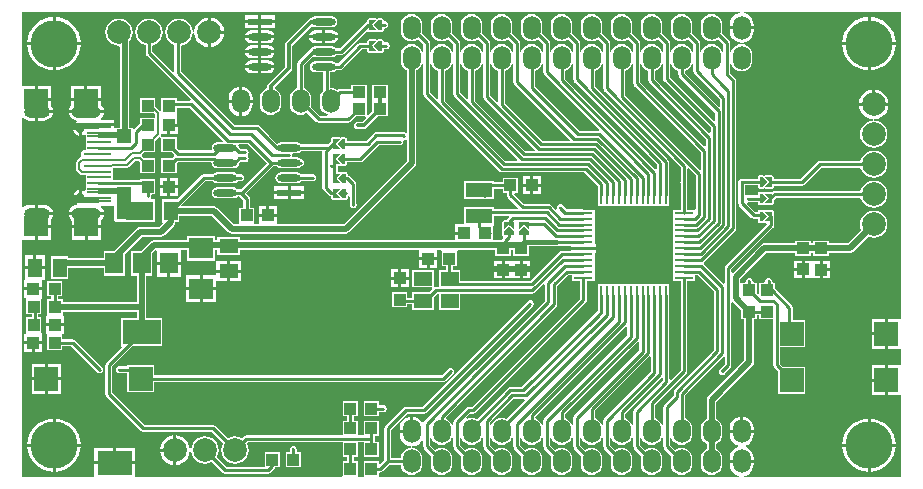
<source format=gtl>
G04 Layer_Physical_Order=1*
G04 Layer_Color=255*
%FSLAX44Y44*%
%MOMM*%
G71*
G01*
G75*
%ADD10R,2.0000X0.2500*%
%ADD11R,2.0000X1.8000*%
%ADD12R,3.0000X2.0000*%
%ADD13R,1.0000X1.0000*%
%ADD14R,1.0000X1.0000*%
%ADD15R,2.0000X2.0000*%
%ADD16R,1.5000X1.2000*%
%ADD17O,2.0000X0.6000*%
%ADD18R,2.0000X0.6000*%
%ADD19R,1.2000X1.6300*%
%ADD20R,3.2000X2.0000*%
%ADD21R,1.5000X1.8000*%
%ADD22R,1.6000X0.2500*%
%ADD23R,0.2500X1.6000*%
%ADD24O,0.2000X0.3000*%
%ADD25O,0.3000X0.2000*%
%ADD26R,1.6300X1.2000*%
%ADD27R,2.2000X1.2000*%
%ADD28C,0.4000*%
%ADD29C,0.2540*%
%ADD30C,0.5000*%
%ADD31C,0.3000*%
%ADD32C,0.2000*%
%ADD33R,1.0160X1.5240*%
%ADD34R,1.6510X1.0160*%
%ADD35R,1.2700X2.7940*%
%ADD36R,1.2700X1.1430*%
%ADD37R,2.2860X1.5240*%
%ADD38R,1.6510X1.6510*%
%ADD39R,1.0160X1.0160*%
%ADD40R,1.1430X1.1430*%
%ADD41O,2.2000X1.0000*%
%ADD42O,2.5000X1.0000*%
%ADD43C,0.7000*%
%ADD44O,1.5000X2.0000*%
%ADD45C,2.0000*%
%ADD46C,4.0000*%
%ADD47C,0.3000*%
G36*
X747176Y-263050D02*
X735960D01*
Y-275590D01*
Y-288130D01*
X747176D01*
Y-302420D01*
X735960D01*
Y-314960D01*
Y-327500D01*
X747176D01*
Y-397176D01*
X614203D01*
X614120Y-395906D01*
X614761Y-395822D01*
X617203Y-394810D01*
X619301Y-393201D01*
X620910Y-391103D01*
X621922Y-388661D01*
X622267Y-386040D01*
Y-384810D01*
X602013D01*
Y-386040D01*
X602358Y-388661D01*
X603370Y-391103D01*
X604979Y-393201D01*
X607077Y-394810D01*
X609519Y-395822D01*
X610160Y-395906D01*
X610076Y-397176D01*
X306114D01*
X305170Y-396390D01*
X305170Y-395906D01*
Y-393524D01*
X306070Y-392714D01*
X307151Y-392499D01*
X308067Y-391887D01*
X313590Y-386364D01*
X323705D01*
X323972Y-388390D01*
X324879Y-390579D01*
X326321Y-392459D01*
X328201Y-393901D01*
X330391Y-394808D01*
X332740Y-395118D01*
X335089Y-394808D01*
X337279Y-393901D01*
X339159Y-392459D01*
X340602Y-390579D01*
X341508Y-388390D01*
X341818Y-386040D01*
Y-381040D01*
X341508Y-378690D01*
X340602Y-376501D01*
X339159Y-374621D01*
X337279Y-373178D01*
X335089Y-372272D01*
X333064Y-372005D01*
Y-370724D01*
X335361Y-370422D01*
X337803Y-369410D01*
X339901Y-367801D01*
X341346Y-365917D01*
X342194Y-366046D01*
X342616Y-366257D01*
Y-370840D01*
X342616Y-370840D01*
X342831Y-371921D01*
X343443Y-372837D01*
X349363Y-378757D01*
X349062Y-381040D01*
Y-386040D01*
X349372Y-388390D01*
X350279Y-390579D01*
X351721Y-392459D01*
X353601Y-393901D01*
X355790Y-394808D01*
X358140Y-395118D01*
X360490Y-394808D01*
X362679Y-393901D01*
X364559Y-392459D01*
X366002Y-390579D01*
X366908Y-388390D01*
X367218Y-386040D01*
Y-381040D01*
X366908Y-378690D01*
X366002Y-376501D01*
X364559Y-374621D01*
X362679Y-373178D01*
X360490Y-372272D01*
X358140Y-371962D01*
X355790Y-372272D01*
X353601Y-373178D01*
X352567Y-373972D01*
X348264Y-369670D01*
Y-363635D01*
X349534Y-363382D01*
X350279Y-365179D01*
X351721Y-367059D01*
X353601Y-368502D01*
X355790Y-369408D01*
X358140Y-369718D01*
X360490Y-369408D01*
X362679Y-368502D01*
X364559Y-367059D01*
X366002Y-365179D01*
X366746Y-363382D01*
X368016Y-363635D01*
Y-370840D01*
X368016Y-370840D01*
X368231Y-371921D01*
X368843Y-372837D01*
X374763Y-378757D01*
X374462Y-381040D01*
Y-386040D01*
X374772Y-388390D01*
X375678Y-390579D01*
X377121Y-392459D01*
X379001Y-393901D01*
X381190Y-394808D01*
X383540Y-395118D01*
X385890Y-394808D01*
X388079Y-393901D01*
X389959Y-392459D01*
X391401Y-390579D01*
X392308Y-388390D01*
X392618Y-386040D01*
Y-381040D01*
X392308Y-378690D01*
X391401Y-376501D01*
X389959Y-374621D01*
X388079Y-373178D01*
X385890Y-372272D01*
X383540Y-371962D01*
X381190Y-372272D01*
X379001Y-373178D01*
X377967Y-373972D01*
X373664Y-369670D01*
Y-363635D01*
X374934Y-363382D01*
X375678Y-365179D01*
X377121Y-367059D01*
X379001Y-368502D01*
X381190Y-369408D01*
X383540Y-369718D01*
X385890Y-369408D01*
X388079Y-368502D01*
X389959Y-367059D01*
X391401Y-365179D01*
X392146Y-363382D01*
X393416Y-363635D01*
Y-370840D01*
X393416Y-370840D01*
X393631Y-371921D01*
X394243Y-372837D01*
X400163Y-378757D01*
X399862Y-381040D01*
Y-386040D01*
X400172Y-388390D01*
X401078Y-390579D01*
X402521Y-392459D01*
X404401Y-393901D01*
X406590Y-394808D01*
X408940Y-395118D01*
X411289Y-394808D01*
X413479Y-393901D01*
X415359Y-392459D01*
X416801Y-390579D01*
X417708Y-388390D01*
X418018Y-386040D01*
Y-381040D01*
X417708Y-378690D01*
X416801Y-376501D01*
X415359Y-374621D01*
X413479Y-373178D01*
X411289Y-372272D01*
X408940Y-371962D01*
X406590Y-372272D01*
X404401Y-373178D01*
X403367Y-373972D01*
X399064Y-369670D01*
Y-363635D01*
X400334Y-363382D01*
X401078Y-365179D01*
X402521Y-367059D01*
X404401Y-368502D01*
X406590Y-369408D01*
X408940Y-369718D01*
X411289Y-369408D01*
X413479Y-368502D01*
X415359Y-367059D01*
X416801Y-365179D01*
X417546Y-363382D01*
X418816Y-363635D01*
Y-370840D01*
X418816Y-370840D01*
X419031Y-371921D01*
X419643Y-372837D01*
X425563Y-378757D01*
X425262Y-381040D01*
Y-386040D01*
X425572Y-388390D01*
X426479Y-390579D01*
X427921Y-392459D01*
X429801Y-393901D01*
X431991Y-394808D01*
X434340Y-395118D01*
X436689Y-394808D01*
X438879Y-393901D01*
X440759Y-392459D01*
X442201Y-390579D01*
X443108Y-388390D01*
X443418Y-386040D01*
Y-381040D01*
X443108Y-378690D01*
X442201Y-376501D01*
X440759Y-374621D01*
X438879Y-373178D01*
X436689Y-372272D01*
X434340Y-371962D01*
X431991Y-372272D01*
X429801Y-373178D01*
X428767Y-373972D01*
X424464Y-369670D01*
Y-363635D01*
X425734Y-363382D01*
X426479Y-365179D01*
X427921Y-367059D01*
X429801Y-368502D01*
X431991Y-369408D01*
X434340Y-369718D01*
X436689Y-369408D01*
X438879Y-368502D01*
X440759Y-367059D01*
X442201Y-365179D01*
X442946Y-363382D01*
X444216Y-363635D01*
Y-370840D01*
X444216Y-370840D01*
X444431Y-371921D01*
X445043Y-372837D01*
X450963Y-378757D01*
X450662Y-381040D01*
Y-386040D01*
X450972Y-388390D01*
X451879Y-390579D01*
X453321Y-392459D01*
X455201Y-393901D01*
X457391Y-394808D01*
X459740Y-395118D01*
X462090Y-394808D01*
X464279Y-393901D01*
X466159Y-392459D01*
X467602Y-390579D01*
X468508Y-388390D01*
X468818Y-386040D01*
Y-381040D01*
X468508Y-378690D01*
X467602Y-376501D01*
X466159Y-374621D01*
X464279Y-373178D01*
X462090Y-372272D01*
X459740Y-371962D01*
X457391Y-372272D01*
X455201Y-373178D01*
X454167Y-373972D01*
X449864Y-369670D01*
Y-363635D01*
X451134Y-363382D01*
X451879Y-365179D01*
X453321Y-367059D01*
X455201Y-368502D01*
X457391Y-369408D01*
X459740Y-369718D01*
X462090Y-369408D01*
X464279Y-368502D01*
X466159Y-367059D01*
X467602Y-365179D01*
X468346Y-363382D01*
X469616Y-363635D01*
Y-370840D01*
X469616Y-370840D01*
X469831Y-371921D01*
X470443Y-372837D01*
X476363Y-378757D01*
X476062Y-381040D01*
Y-386040D01*
X476372Y-388390D01*
X477279Y-390579D01*
X478721Y-392459D01*
X480601Y-393901D01*
X482790Y-394808D01*
X485140Y-395118D01*
X487490Y-394808D01*
X489679Y-393901D01*
X491559Y-392459D01*
X493002Y-390579D01*
X493908Y-388390D01*
X494218Y-386040D01*
Y-381040D01*
X493908Y-378690D01*
X493002Y-376501D01*
X491559Y-374621D01*
X489679Y-373178D01*
X487490Y-372272D01*
X485140Y-371962D01*
X482790Y-372272D01*
X480601Y-373178D01*
X479567Y-373972D01*
X475264Y-369670D01*
Y-363635D01*
X476534Y-363382D01*
X477279Y-365179D01*
X478721Y-367059D01*
X480601Y-368502D01*
X482790Y-369408D01*
X485140Y-369718D01*
X487490Y-369408D01*
X489679Y-368502D01*
X491559Y-367059D01*
X493002Y-365179D01*
X493746Y-363382D01*
X495016Y-363635D01*
Y-370840D01*
X495016Y-370840D01*
X495231Y-371921D01*
X495843Y-372837D01*
X501763Y-378757D01*
X501462Y-381040D01*
Y-386040D01*
X501772Y-388390D01*
X502678Y-390579D01*
X504121Y-392459D01*
X506001Y-393901D01*
X508190Y-394808D01*
X510540Y-395118D01*
X512890Y-394808D01*
X515079Y-393901D01*
X516959Y-392459D01*
X518401Y-390579D01*
X519308Y-388390D01*
X519618Y-386040D01*
Y-381040D01*
X519308Y-378690D01*
X518401Y-376501D01*
X516959Y-374621D01*
X515079Y-373178D01*
X512890Y-372272D01*
X510540Y-371962D01*
X508190Y-372272D01*
X506001Y-373178D01*
X504967Y-373972D01*
X500664Y-369670D01*
Y-363635D01*
X501934Y-363382D01*
X502678Y-365179D01*
X504121Y-367059D01*
X506001Y-368502D01*
X508190Y-369408D01*
X510540Y-369718D01*
X512890Y-369408D01*
X515079Y-368502D01*
X516959Y-367059D01*
X518401Y-365179D01*
X519146Y-363382D01*
X520416Y-363635D01*
Y-370840D01*
X520416Y-370840D01*
X520631Y-371921D01*
X521243Y-372837D01*
X527163Y-378757D01*
X526862Y-381040D01*
Y-386040D01*
X527172Y-388390D01*
X528078Y-390579D01*
X529521Y-392459D01*
X531401Y-393901D01*
X533591Y-394808D01*
X535940Y-395118D01*
X538289Y-394808D01*
X540479Y-393901D01*
X542359Y-392459D01*
X543801Y-390579D01*
X544708Y-388390D01*
X545018Y-386040D01*
Y-381040D01*
X544708Y-378690D01*
X543801Y-376501D01*
X542359Y-374621D01*
X540479Y-373178D01*
X538289Y-372272D01*
X535940Y-371962D01*
X533591Y-372272D01*
X531401Y-373178D01*
X530367Y-373972D01*
X526064Y-369670D01*
Y-363635D01*
X527334Y-363382D01*
X528078Y-365179D01*
X529521Y-367059D01*
X531401Y-368502D01*
X533591Y-369408D01*
X535940Y-369718D01*
X538289Y-369408D01*
X540479Y-368502D01*
X542359Y-367059D01*
X543801Y-365179D01*
X544546Y-363382D01*
X545816Y-363635D01*
Y-370840D01*
X545816Y-370840D01*
X546031Y-371921D01*
X546643Y-372837D01*
X552563Y-378757D01*
X552262Y-381040D01*
Y-386040D01*
X552572Y-388390D01*
X553479Y-390579D01*
X554921Y-392459D01*
X556801Y-393901D01*
X558991Y-394808D01*
X561340Y-395118D01*
X563689Y-394808D01*
X565879Y-393901D01*
X567759Y-392459D01*
X569202Y-390579D01*
X570108Y-388390D01*
X570418Y-386040D01*
Y-381040D01*
X570108Y-378690D01*
X569202Y-376501D01*
X567759Y-374621D01*
X565879Y-373178D01*
X563689Y-372272D01*
X561340Y-371962D01*
X558991Y-372272D01*
X556801Y-373178D01*
X555767Y-373972D01*
X551464Y-369670D01*
Y-363635D01*
X552734Y-363382D01*
X553479Y-365179D01*
X554921Y-367059D01*
X556801Y-368502D01*
X558991Y-369408D01*
X561340Y-369718D01*
X563689Y-369408D01*
X565879Y-368502D01*
X567759Y-367059D01*
X569202Y-365179D01*
X570108Y-362990D01*
X570418Y-360640D01*
Y-355640D01*
X570108Y-353290D01*
X569202Y-351101D01*
X567759Y-349221D01*
X565879Y-347779D01*
X564164Y-347068D01*
Y-327560D01*
X596616Y-295108D01*
X597886Y-295634D01*
Y-301090D01*
X594462Y-304513D01*
X594459Y-304514D01*
X593467Y-305177D01*
X592804Y-306169D01*
X592571Y-307340D01*
X592804Y-308510D01*
X593467Y-309503D01*
X594459Y-310166D01*
X595630Y-310399D01*
X596800Y-310166D01*
X597793Y-309503D01*
X598456Y-308510D01*
X598456Y-308508D01*
X602707Y-304257D01*
X602707Y-304257D01*
X603319Y-303341D01*
X603534Y-302260D01*
X603534Y-302260D01*
Y-249368D01*
X604804Y-248842D01*
X611990Y-256028D01*
Y-263260D01*
X614412D01*
Y-298031D01*
X583856Y-328586D01*
X582972Y-329909D01*
X582662Y-331470D01*
X582662Y-331470D01*
Y-347588D01*
X582201Y-347779D01*
X580321Y-349221D01*
X578879Y-351101D01*
X577972Y-353290D01*
X577662Y-355640D01*
Y-360640D01*
X577972Y-362990D01*
X578879Y-365179D01*
X580321Y-367059D01*
X582201Y-368502D01*
X582662Y-368692D01*
Y-372988D01*
X582201Y-373178D01*
X580321Y-374621D01*
X578879Y-376501D01*
X577972Y-378690D01*
X577662Y-381040D01*
Y-386040D01*
X577972Y-388390D01*
X578879Y-390579D01*
X580321Y-392459D01*
X582201Y-393901D01*
X584390Y-394808D01*
X586740Y-395118D01*
X589090Y-394808D01*
X591279Y-393901D01*
X593159Y-392459D01*
X594602Y-390579D01*
X595508Y-388390D01*
X595818Y-386040D01*
Y-381040D01*
X595508Y-378690D01*
X594602Y-376501D01*
X593159Y-374621D01*
X591279Y-373178D01*
X590818Y-372988D01*
Y-368692D01*
X591279Y-368502D01*
X593159Y-367059D01*
X594602Y-365179D01*
X595508Y-362990D01*
X595818Y-360640D01*
Y-355640D01*
X595508Y-353290D01*
X594602Y-351101D01*
X593159Y-349221D01*
X591279Y-347779D01*
X590818Y-347588D01*
Y-333159D01*
X621374Y-302604D01*
X622258Y-301281D01*
X622568Y-299720D01*
X622568Y-299720D01*
Y-263260D01*
X624990D01*
Y-259584D01*
X627230D01*
Y-263260D01*
X639096D01*
Y-302190D01*
X639096Y-302190D01*
X639311Y-303271D01*
X639923Y-304187D01*
X643190Y-307454D01*
Y-326460D01*
X666190D01*
Y-303460D01*
X647184D01*
X644744Y-301020D01*
Y-287090D01*
X666190D01*
Y-264090D01*
X655194D01*
Y-253590D01*
X654979Y-252509D01*
X654367Y-251593D01*
X654367Y-251593D01*
X640230Y-237456D01*
Y-232290D01*
X638831D01*
X638025Y-231308D01*
X638059Y-231140D01*
X637826Y-229970D01*
X637163Y-228977D01*
X636171Y-228314D01*
X635000Y-228081D01*
X633829Y-228314D01*
X632837Y-228977D01*
X632174Y-229970D01*
X631941Y-231140D01*
X631975Y-231308D01*
X631169Y-232290D01*
X627230D01*
Y-241877D01*
X626057Y-242362D01*
X624990Y-241296D01*
Y-232290D01*
X622321D01*
X621515Y-231308D01*
X621549Y-231140D01*
X621316Y-229970D01*
X620653Y-228977D01*
X619660Y-228314D01*
X618490Y-228081D01*
X617319Y-228314D01*
X616327Y-228977D01*
X615664Y-229970D01*
X615431Y-231140D01*
X615465Y-231308D01*
X614659Y-232290D01*
X611990D01*
X611138Y-231373D01*
Y-229019D01*
X632849Y-207308D01*
X657710D01*
Y-209700D01*
X670710D01*
Y-207308D01*
X672950D01*
Y-209730D01*
X685950D01*
Y-207308D01*
X703550D01*
X703550Y-207308D01*
X705111Y-206998D01*
X706434Y-206114D01*
X719177Y-193371D01*
X720898Y-194084D01*
X723900Y-194479D01*
X726902Y-194084D01*
X729700Y-192925D01*
X732102Y-191082D01*
X733945Y-188680D01*
X735104Y-185882D01*
X735499Y-182880D01*
X735104Y-179878D01*
X733945Y-177080D01*
X732102Y-174678D01*
X729700Y-172835D01*
X726902Y-171676D01*
X723900Y-171281D01*
X720898Y-171676D01*
X718100Y-172835D01*
X715698Y-174678D01*
X713855Y-177080D01*
X712696Y-179878D01*
X712301Y-182880D01*
X712696Y-185882D01*
X713409Y-187603D01*
X701861Y-199152D01*
X685950D01*
Y-196730D01*
X672950D01*
Y-199152D01*
X670710D01*
Y-196700D01*
X657710D01*
Y-199152D01*
X631160D01*
X631160Y-199152D01*
X629599Y-199462D01*
X628276Y-200346D01*
X628276Y-200346D01*
X604804Y-223818D01*
X603534Y-223292D01*
Y-220880D01*
X638623Y-185791D01*
X639235Y-184875D01*
X639450Y-183794D01*
Y-180567D01*
X639545Y-180340D01*
Y-172212D01*
X639069Y-171064D01*
X637921Y-170588D01*
X632079D01*
X631564Y-170802D01*
X631213Y-170914D01*
X631073Y-170856D01*
X630595Y-170597D01*
X630510Y-170622D01*
X630428Y-170588D01*
X627380D01*
X626232Y-171064D01*
X625756Y-172212D01*
Y-172436D01*
X623470D01*
X616543Y-165509D01*
X617169Y-164339D01*
X617220Y-164349D01*
X618391Y-164116D01*
X618393Y-164114D01*
X625756D01*
Y-165100D01*
X625989Y-165662D01*
X626232Y-166248D01*
X626232Y-166248D01*
X626232Y-166248D01*
X626817Y-166490D01*
X627379Y-166724D01*
X630427Y-166724D01*
X630509Y-166691D01*
X630594Y-166716D01*
X631072Y-166457D01*
X631214Y-166399D01*
X631564Y-166510D01*
X632079Y-166724D01*
X637921D01*
X639069Y-166248D01*
X639545Y-165100D01*
Y-161986D01*
X641226Y-160304D01*
X712673D01*
X712696Y-160482D01*
X713855Y-163280D01*
X715698Y-165682D01*
X718100Y-167525D01*
X720898Y-168684D01*
X723900Y-169079D01*
X726902Y-168684D01*
X729700Y-167525D01*
X732102Y-165682D01*
X733945Y-163280D01*
X735104Y-160482D01*
X735499Y-157480D01*
X735104Y-154478D01*
X733945Y-151680D01*
X732102Y-149278D01*
X729700Y-147435D01*
X726902Y-146276D01*
X723900Y-145881D01*
X720898Y-146276D01*
X718100Y-147435D01*
X715698Y-149278D01*
X713855Y-151680D01*
X712696Y-154478D01*
X712673Y-154656D01*
X640056D01*
X640056Y-154656D01*
X638975Y-154871D01*
X638130Y-155435D01*
X637921Y-155348D01*
X632079D01*
X631564Y-155562D01*
X631213Y-155674D01*
X631073Y-155616D01*
X630595Y-155357D01*
X630510Y-155382D01*
X630428Y-155348D01*
X627380D01*
X626232Y-155824D01*
X625756Y-156972D01*
Y-158466D01*
X618393D01*
X618391Y-158464D01*
X617220Y-158231D01*
X616234Y-158427D01*
X615706Y-158210D01*
X614964Y-157662D01*
Y-149890D01*
X625756D01*
Y-151130D01*
X625989Y-151692D01*
X626232Y-152278D01*
X626232Y-152278D01*
X626232Y-152278D01*
X626817Y-152521D01*
X627379Y-152754D01*
X630427Y-152754D01*
X630509Y-152720D01*
X630594Y-152746D01*
X631072Y-152487D01*
X631214Y-152429D01*
X631564Y-152540D01*
X632079Y-152754D01*
X637921D01*
X639069Y-152278D01*
X639545Y-151130D01*
Y-150144D01*
X662940D01*
X662940Y-150144D01*
X664021Y-149929D01*
X664937Y-149317D01*
X679350Y-134904D01*
X712673D01*
X712696Y-135082D01*
X713855Y-137880D01*
X715698Y-140282D01*
X718100Y-142125D01*
X720898Y-143284D01*
X723900Y-143679D01*
X726902Y-143284D01*
X729700Y-142125D01*
X732102Y-140282D01*
X733945Y-137880D01*
X735104Y-135082D01*
X735499Y-132080D01*
X735104Y-129078D01*
X733945Y-126280D01*
X732102Y-123878D01*
X729700Y-122035D01*
X726902Y-120876D01*
X723900Y-120481D01*
X720898Y-120876D01*
X718100Y-122035D01*
X715698Y-123878D01*
X713855Y-126280D01*
X712696Y-129078D01*
X712673Y-129256D01*
X678180D01*
X677099Y-129471D01*
X676183Y-130083D01*
X661770Y-144496D01*
X639545D01*
Y-143002D01*
X639069Y-141854D01*
X637921Y-141378D01*
X632079D01*
X631564Y-141592D01*
X631213Y-141704D01*
X631073Y-141646D01*
X630595Y-141387D01*
X630510Y-141412D01*
X630428Y-141378D01*
X627380D01*
X626232Y-141854D01*
X625756Y-143002D01*
Y-144242D01*
X612394D01*
X612218Y-144277D01*
X612140Y-144261D01*
X610970Y-144494D01*
X609977Y-145157D01*
X609314Y-146150D01*
X609081Y-147320D01*
X609314Y-148490D01*
X609316Y-148493D01*
Y-165100D01*
X609316Y-165100D01*
X609531Y-166181D01*
X610143Y-167097D01*
X620303Y-177257D01*
X620303Y-177257D01*
X621219Y-177869D01*
X622300Y-178084D01*
X625756D01*
Y-180340D01*
X625989Y-180902D01*
X626232Y-181488D01*
X626232Y-181488D01*
X626232Y-181488D01*
X626817Y-181730D01*
X627379Y-181964D01*
X630427Y-181964D01*
X630509Y-181931D01*
X630594Y-181956D01*
X631072Y-181697D01*
X631214Y-181639D01*
X631564Y-181750D01*
X632079Y-181964D01*
X632666D01*
X633192Y-183234D01*
X598713Y-217713D01*
X598101Y-218629D01*
X597886Y-219710D01*
X597886Y-219710D01*
Y-232686D01*
X596616Y-233212D01*
X580072Y-216668D01*
X580049Y-215259D01*
X580168Y-215037D01*
X606747Y-188457D01*
X607359Y-187541D01*
X607574Y-186460D01*
X607574Y-186460D01*
Y-61190D01*
X607359Y-60109D01*
X606747Y-59193D01*
X606747Y-59193D01*
X602264Y-54710D01*
Y-47405D01*
X603534Y-47152D01*
X604278Y-48949D01*
X605721Y-50829D01*
X607601Y-52271D01*
X609790Y-53178D01*
X612140Y-53488D01*
X614490Y-53178D01*
X616679Y-52271D01*
X618559Y-50829D01*
X620001Y-48949D01*
X620908Y-46760D01*
X621218Y-44410D01*
Y-39410D01*
X620908Y-37060D01*
X620001Y-34871D01*
X618559Y-32991D01*
X616679Y-31549D01*
X614490Y-30642D01*
X612464Y-30375D01*
Y-29094D01*
X614761Y-28792D01*
X617203Y-27780D01*
X619301Y-26171D01*
X620910Y-24073D01*
X621922Y-21631D01*
X622267Y-19010D01*
Y-17780D01*
X602013D01*
Y-19010D01*
X602358Y-21631D01*
X603370Y-24073D01*
X604979Y-26171D01*
X607077Y-27780D01*
X609519Y-28792D01*
X611816Y-29094D01*
Y-30375D01*
X609790Y-30642D01*
X607601Y-31549D01*
X605721Y-32991D01*
X604278Y-34871D01*
X603534Y-36668D01*
X602264Y-36415D01*
Y-29210D01*
X602264Y-29210D01*
X602049Y-28129D01*
X601437Y-27213D01*
X601437Y-27213D01*
X595517Y-21293D01*
X595818Y-19010D01*
Y-14010D01*
X595508Y-11660D01*
X594602Y-9471D01*
X593159Y-7591D01*
X591279Y-6148D01*
X589090Y-5242D01*
X586740Y-4932D01*
X584390Y-5242D01*
X582201Y-6148D01*
X580321Y-7591D01*
X578879Y-9471D01*
X577972Y-11660D01*
X577662Y-14010D01*
Y-19010D01*
X577972Y-21360D01*
X578879Y-23549D01*
X580321Y-25429D01*
X582201Y-26872D01*
X584390Y-27778D01*
X586740Y-28088D01*
X589090Y-27778D01*
X591279Y-26872D01*
X592313Y-26078D01*
X596616Y-30380D01*
Y-36415D01*
X595346Y-36668D01*
X594602Y-34871D01*
X593159Y-32991D01*
X591279Y-31549D01*
X589090Y-30642D01*
X586740Y-30332D01*
X584390Y-30642D01*
X582201Y-31549D01*
X580321Y-32991D01*
X578879Y-34871D01*
X578134Y-36668D01*
X576864Y-36415D01*
Y-29210D01*
X576864Y-29210D01*
X576649Y-28129D01*
X576037Y-27213D01*
X576037Y-27213D01*
X570117Y-21293D01*
X570418Y-19010D01*
Y-14010D01*
X570108Y-11660D01*
X569202Y-9471D01*
X567759Y-7591D01*
X565879Y-6148D01*
X563689Y-5242D01*
X561340Y-4932D01*
X558991Y-5242D01*
X556801Y-6148D01*
X554921Y-7591D01*
X553479Y-9471D01*
X552572Y-11660D01*
X552262Y-14010D01*
Y-19010D01*
X552572Y-21360D01*
X553479Y-23549D01*
X554921Y-25429D01*
X556801Y-26872D01*
X558991Y-27778D01*
X561340Y-28088D01*
X563689Y-27778D01*
X565879Y-26872D01*
X566913Y-26078D01*
X571216Y-30380D01*
Y-36415D01*
X569946Y-36668D01*
X569202Y-34871D01*
X567759Y-32991D01*
X565879Y-31549D01*
X563689Y-30642D01*
X561340Y-30332D01*
X558991Y-30642D01*
X556801Y-31549D01*
X554921Y-32991D01*
X553479Y-34871D01*
X552734Y-36668D01*
X551464Y-36415D01*
Y-29210D01*
X551464Y-29210D01*
X551249Y-28129D01*
X550637Y-27213D01*
X550637Y-27213D01*
X544717Y-21293D01*
X545018Y-19010D01*
Y-14010D01*
X544708Y-11660D01*
X543801Y-9471D01*
X542359Y-7591D01*
X540479Y-6148D01*
X538289Y-5242D01*
X535940Y-4932D01*
X533591Y-5242D01*
X531401Y-6148D01*
X529521Y-7591D01*
X528078Y-9471D01*
X527172Y-11660D01*
X526862Y-14010D01*
Y-19010D01*
X527172Y-21360D01*
X528078Y-23549D01*
X529521Y-25429D01*
X531401Y-26872D01*
X533591Y-27778D01*
X535940Y-28088D01*
X538289Y-27778D01*
X540479Y-26872D01*
X541513Y-26078D01*
X545816Y-30380D01*
Y-36415D01*
X544546Y-36668D01*
X543801Y-34871D01*
X542359Y-32991D01*
X540479Y-31549D01*
X538289Y-30642D01*
X535940Y-30332D01*
X533591Y-30642D01*
X531401Y-31549D01*
X529521Y-32991D01*
X528078Y-34871D01*
X527334Y-36668D01*
X526064Y-36415D01*
Y-29210D01*
X526064Y-29210D01*
X525849Y-28129D01*
X525237Y-27213D01*
X525237Y-27213D01*
X519317Y-21293D01*
X519618Y-19010D01*
Y-14010D01*
X519308Y-11660D01*
X518401Y-9471D01*
X516959Y-7591D01*
X515079Y-6148D01*
X512890Y-5242D01*
X510540Y-4932D01*
X508190Y-5242D01*
X506001Y-6148D01*
X504121Y-7591D01*
X502678Y-9471D01*
X501772Y-11660D01*
X501462Y-14010D01*
Y-19010D01*
X501772Y-21360D01*
X502678Y-23549D01*
X504121Y-25429D01*
X506001Y-26872D01*
X508190Y-27778D01*
X510540Y-28088D01*
X512890Y-27778D01*
X515079Y-26872D01*
X516113Y-26078D01*
X520416Y-30380D01*
Y-36415D01*
X519146Y-36668D01*
X518401Y-34871D01*
X516959Y-32991D01*
X515079Y-31549D01*
X512890Y-30642D01*
X510540Y-30332D01*
X508190Y-30642D01*
X506001Y-31549D01*
X504121Y-32991D01*
X502678Y-34871D01*
X501934Y-36668D01*
X500664Y-36415D01*
Y-29210D01*
X500664Y-29210D01*
X500449Y-28129D01*
X499837Y-27213D01*
X499837Y-27213D01*
X493917Y-21293D01*
X494218Y-19010D01*
Y-14010D01*
X493908Y-11660D01*
X493002Y-9471D01*
X491559Y-7591D01*
X489679Y-6148D01*
X487490Y-5242D01*
X485140Y-4932D01*
X482790Y-5242D01*
X480601Y-6148D01*
X478721Y-7591D01*
X477279Y-9471D01*
X476372Y-11660D01*
X476062Y-14010D01*
Y-19010D01*
X476372Y-21360D01*
X477279Y-23549D01*
X478721Y-25429D01*
X480601Y-26872D01*
X482790Y-27778D01*
X485140Y-28088D01*
X487490Y-27778D01*
X489679Y-26872D01*
X490713Y-26078D01*
X495016Y-30380D01*
Y-36415D01*
X493746Y-36668D01*
X493002Y-34871D01*
X491559Y-32991D01*
X489679Y-31549D01*
X487490Y-30642D01*
X485140Y-30332D01*
X482790Y-30642D01*
X480601Y-31549D01*
X478721Y-32991D01*
X477279Y-34871D01*
X476534Y-36668D01*
X475264Y-36415D01*
Y-29210D01*
X475264Y-29210D01*
X475049Y-28129D01*
X474437Y-27213D01*
X474437Y-27213D01*
X468517Y-21293D01*
X468818Y-19010D01*
Y-14010D01*
X468508Y-11660D01*
X467602Y-9471D01*
X466159Y-7591D01*
X464279Y-6148D01*
X462090Y-5242D01*
X459740Y-4932D01*
X457391Y-5242D01*
X455201Y-6148D01*
X453321Y-7591D01*
X451879Y-9471D01*
X450972Y-11660D01*
X450662Y-14010D01*
Y-19010D01*
X450972Y-21360D01*
X451879Y-23549D01*
X453321Y-25429D01*
X455201Y-26872D01*
X457391Y-27778D01*
X459740Y-28088D01*
X462090Y-27778D01*
X464279Y-26872D01*
X465313Y-26078D01*
X469616Y-30380D01*
Y-36415D01*
X468346Y-36668D01*
X467602Y-34871D01*
X466159Y-32991D01*
X464279Y-31549D01*
X462090Y-30642D01*
X459740Y-30332D01*
X457391Y-30642D01*
X455201Y-31549D01*
X453321Y-32991D01*
X451879Y-34871D01*
X451134Y-36668D01*
X449864Y-36415D01*
Y-29210D01*
X449864Y-29210D01*
X449649Y-28129D01*
X449037Y-27213D01*
X449037Y-27213D01*
X443117Y-21293D01*
X443418Y-19010D01*
Y-14010D01*
X443108Y-11660D01*
X442201Y-9471D01*
X440759Y-7591D01*
X438879Y-6148D01*
X436689Y-5242D01*
X434340Y-4932D01*
X431991Y-5242D01*
X429801Y-6148D01*
X427921Y-7591D01*
X426479Y-9471D01*
X425572Y-11660D01*
X425262Y-14010D01*
Y-19010D01*
X425572Y-21360D01*
X426479Y-23549D01*
X427921Y-25429D01*
X429801Y-26872D01*
X431991Y-27778D01*
X434340Y-28088D01*
X436689Y-27778D01*
X438879Y-26872D01*
X439913Y-26078D01*
X444216Y-30380D01*
Y-36415D01*
X442946Y-36668D01*
X442201Y-34871D01*
X440759Y-32991D01*
X438879Y-31549D01*
X436689Y-30642D01*
X434340Y-30332D01*
X431991Y-30642D01*
X429801Y-31549D01*
X427921Y-32991D01*
X426479Y-34871D01*
X425734Y-36668D01*
X424464Y-36415D01*
Y-29210D01*
X424464Y-29210D01*
X424249Y-28129D01*
X423637Y-27213D01*
X423637Y-27213D01*
X417717Y-21293D01*
X418018Y-19010D01*
Y-14010D01*
X417708Y-11660D01*
X416801Y-9471D01*
X415359Y-7591D01*
X413479Y-6148D01*
X411289Y-5242D01*
X408940Y-4932D01*
X406590Y-5242D01*
X404401Y-6148D01*
X402521Y-7591D01*
X401078Y-9471D01*
X400172Y-11660D01*
X399862Y-14010D01*
Y-19010D01*
X400172Y-21360D01*
X401078Y-23549D01*
X402521Y-25429D01*
X404401Y-26872D01*
X406590Y-27778D01*
X408940Y-28088D01*
X411289Y-27778D01*
X413479Y-26872D01*
X414513Y-26078D01*
X418816Y-30380D01*
Y-36415D01*
X417546Y-36668D01*
X416801Y-34871D01*
X415359Y-32991D01*
X413479Y-31549D01*
X411289Y-30642D01*
X408940Y-30332D01*
X406590Y-30642D01*
X404401Y-31549D01*
X402521Y-32991D01*
X401078Y-34871D01*
X400334Y-36668D01*
X399064Y-36415D01*
Y-29210D01*
X399064Y-29210D01*
X398849Y-28129D01*
X398237Y-27213D01*
X398237Y-27213D01*
X392317Y-21293D01*
X392618Y-19010D01*
Y-14010D01*
X392308Y-11660D01*
X391401Y-9471D01*
X389959Y-7591D01*
X388079Y-6148D01*
X385890Y-5242D01*
X383540Y-4932D01*
X381190Y-5242D01*
X379001Y-6148D01*
X377121Y-7591D01*
X375678Y-9471D01*
X374772Y-11660D01*
X374462Y-14010D01*
Y-19010D01*
X374772Y-21360D01*
X375678Y-23549D01*
X377121Y-25429D01*
X379001Y-26872D01*
X381190Y-27778D01*
X383540Y-28088D01*
X385890Y-27778D01*
X388079Y-26872D01*
X389113Y-26078D01*
X393416Y-30380D01*
Y-36415D01*
X392146Y-36668D01*
X391401Y-34871D01*
X389959Y-32991D01*
X388079Y-31549D01*
X385890Y-30642D01*
X383540Y-30332D01*
X381190Y-30642D01*
X379001Y-31549D01*
X377121Y-32991D01*
X375678Y-34871D01*
X374934Y-36668D01*
X373664Y-36415D01*
Y-29210D01*
X373664Y-29210D01*
X373449Y-28129D01*
X372837Y-27213D01*
X372837Y-27213D01*
X366917Y-21293D01*
X367218Y-19010D01*
Y-14010D01*
X366908Y-11660D01*
X366002Y-9471D01*
X364559Y-7591D01*
X362679Y-6148D01*
X360490Y-5242D01*
X358140Y-4932D01*
X355790Y-5242D01*
X353601Y-6148D01*
X351721Y-7591D01*
X350279Y-9471D01*
X349372Y-11660D01*
X349062Y-14010D01*
Y-19010D01*
X349372Y-21360D01*
X350279Y-23549D01*
X351721Y-25429D01*
X353601Y-26872D01*
X355790Y-27778D01*
X358140Y-28088D01*
X360490Y-27778D01*
X362679Y-26872D01*
X363713Y-26078D01*
X368016Y-30380D01*
Y-36415D01*
X366746Y-36668D01*
X366002Y-34871D01*
X364559Y-32991D01*
X362679Y-31549D01*
X360490Y-30642D01*
X358140Y-30332D01*
X355790Y-30642D01*
X353601Y-31549D01*
X351721Y-32991D01*
X350279Y-34871D01*
X349534Y-36668D01*
X348264Y-36415D01*
Y-29210D01*
X348264Y-29210D01*
X348049Y-28129D01*
X347437Y-27213D01*
X347437Y-27213D01*
X341517Y-21293D01*
X341818Y-19010D01*
Y-14010D01*
X341508Y-11660D01*
X340602Y-9471D01*
X339159Y-7591D01*
X337279Y-6148D01*
X335089Y-5242D01*
X332740Y-4932D01*
X330391Y-5242D01*
X328201Y-6148D01*
X326321Y-7591D01*
X324879Y-9471D01*
X323972Y-11660D01*
X323662Y-14010D01*
Y-19010D01*
X323972Y-21360D01*
X324879Y-23549D01*
X326321Y-25429D01*
X328201Y-26872D01*
X330391Y-27778D01*
X332740Y-28088D01*
X335089Y-27778D01*
X337279Y-26872D01*
X338313Y-26078D01*
X342616Y-30380D01*
Y-36415D01*
X341346Y-36668D01*
X340602Y-34871D01*
X339159Y-32991D01*
X337279Y-31549D01*
X335089Y-30642D01*
X332740Y-30332D01*
X330391Y-30642D01*
X328201Y-31549D01*
X326321Y-32991D01*
X324879Y-34871D01*
X323972Y-37060D01*
X323662Y-39410D01*
Y-44410D01*
X323972Y-46760D01*
X324879Y-48949D01*
X326321Y-50829D01*
X328201Y-52271D01*
X328662Y-52462D01*
Y-104587D01*
X327783Y-105218D01*
X327392Y-105305D01*
X326756Y-104881D01*
X325676Y-104666D01*
X325675Y-104666D01*
X302974D01*
X302974Y-104666D01*
X301893Y-104881D01*
X300977Y-105493D01*
X300977Y-105493D01*
X294232Y-112238D01*
X278102D01*
Y-110998D01*
X277869Y-110437D01*
X277627Y-109851D01*
X277627Y-109851D01*
X277627Y-109850D01*
X277041Y-109608D01*
X276479Y-109375D01*
X273432Y-109374D01*
X273350Y-109408D01*
X273264Y-109383D01*
X272786Y-109641D01*
X272645Y-109700D01*
X272295Y-109588D01*
X271779Y-109375D01*
X265938D01*
X264790Y-109850D01*
X264314Y-110998D01*
Y-112816D01*
X263941Y-113065D01*
X263940Y-113066D01*
X261720Y-115286D01*
X239455D01*
X239174Y-114866D01*
X237686Y-113871D01*
X235930Y-113522D01*
X221930D01*
X220174Y-113871D01*
X218988Y-114664D01*
X212376Y-108052D01*
X212376Y-108049D01*
X211713Y-107057D01*
X210721Y-106394D01*
X210718Y-106393D01*
X203927Y-99603D01*
X203011Y-98991D01*
X201930Y-98776D01*
X201930Y-98776D01*
X182729D01*
X137444Y-53491D01*
Y-31715D01*
X138892Y-31524D01*
X141690Y-30365D01*
X144092Y-28522D01*
X145935Y-26120D01*
X147094Y-23322D01*
X147388Y-21087D01*
X147425Y-20808D01*
X148706D01*
X148743Y-21087D01*
X149073Y-23594D01*
X150336Y-26644D01*
X152346Y-29264D01*
X154966Y-31274D01*
X158016Y-32537D01*
X160020Y-32801D01*
Y-20320D01*
Y-7839D01*
X158016Y-8103D01*
X154966Y-9366D01*
X152346Y-11376D01*
X150336Y-13996D01*
X149073Y-17046D01*
X148743Y-19553D01*
X148706Y-19832D01*
X147425D01*
X147388Y-19553D01*
X147094Y-17318D01*
X145935Y-14520D01*
X144092Y-12118D01*
X141690Y-10275D01*
X138892Y-9116D01*
X135890Y-8721D01*
X132888Y-9116D01*
X130090Y-10275D01*
X127688Y-12118D01*
X125845Y-14520D01*
X124686Y-17318D01*
X124291Y-20320D01*
X124686Y-23322D01*
X125845Y-26120D01*
X127688Y-28522D01*
X130090Y-30365D01*
X131796Y-31072D01*
Y-53615D01*
X130526Y-54142D01*
X113314Y-36930D01*
Y-31547D01*
X113492Y-31524D01*
X116290Y-30365D01*
X118692Y-28522D01*
X120535Y-26120D01*
X121694Y-23322D01*
X122089Y-20320D01*
X121694Y-17318D01*
X120535Y-14520D01*
X118692Y-12118D01*
X116290Y-10275D01*
X113492Y-9116D01*
X110490Y-8721D01*
X107488Y-9116D01*
X104690Y-10275D01*
X102288Y-12118D01*
X100445Y-14520D01*
X99286Y-17318D01*
X98891Y-20320D01*
X99286Y-23322D01*
X100445Y-26120D01*
X102288Y-28522D01*
X104690Y-30365D01*
X107488Y-31524D01*
X107666Y-31547D01*
Y-38100D01*
X107666Y-38100D01*
X107881Y-39181D01*
X108493Y-40097D01*
X145582Y-77186D01*
X145056Y-78456D01*
X133720D01*
Y-76050D01*
X120720D01*
Y-86109D01*
X119450Y-86635D01*
X115750Y-82935D01*
Y-76050D01*
X102750D01*
Y-89050D01*
X114655D01*
X115561Y-89956D01*
Y-92560D01*
X102750D01*
Y-97252D01*
X97921Y-102081D01*
X96423Y-101783D01*
X96398Y-101722D01*
X95250Y-101246D01*
X93849D01*
Y-27796D01*
X95135Y-26120D01*
X96294Y-23322D01*
X96689Y-20320D01*
X96294Y-17318D01*
X95135Y-14520D01*
X93292Y-12118D01*
X90890Y-10275D01*
X88092Y-9116D01*
X85090Y-8721D01*
X82088Y-9116D01*
X79290Y-10275D01*
X76888Y-12118D01*
X75045Y-14520D01*
X73886Y-17318D01*
X73491Y-20320D01*
X73886Y-23322D01*
X75045Y-26120D01*
X76888Y-28522D01*
X79290Y-30365D01*
X82088Y-31524D01*
X85090Y-31919D01*
X85692Y-32447D01*
Y-101246D01*
X82550D01*
X81960Y-101491D01*
X80690Y-100774D01*
Y-99560D01*
X68150D01*
Y-97020D01*
X80690D01*
Y-94500D01*
X70117D01*
X69686Y-93230D01*
X70028Y-92968D01*
X71236Y-91393D01*
X71996Y-89558D01*
X72088Y-88860D01*
X42212D01*
X42304Y-89558D01*
X43064Y-91393D01*
X44272Y-92968D01*
X45848Y-94176D01*
X47682Y-94936D01*
X49159Y-95130D01*
X49425Y-96447D01*
X47795Y-97535D01*
X46460Y-99533D01*
X46244Y-100620D01*
X52150D01*
Y-101890D01*
X53420D01*
Y-107796D01*
X54507Y-107580D01*
X55380Y-106996D01*
X56650Y-107675D01*
Y-119499D01*
X55880Y-120131D01*
X54710Y-120364D01*
X53717Y-121027D01*
X53054Y-122020D01*
X52821Y-123190D01*
X53054Y-124361D01*
X53174Y-124540D01*
X52561Y-125908D01*
X52324Y-125955D01*
X51498Y-126508D01*
X48998Y-129008D01*
X48445Y-129834D01*
X48251Y-130810D01*
Y-135890D01*
X48445Y-136866D01*
X48998Y-137692D01*
X51538Y-140232D01*
X52365Y-140785D01*
X53340Y-140979D01*
X56650D01*
Y-153905D01*
X55380Y-154584D01*
X54507Y-154001D01*
X53420Y-153784D01*
Y-159690D01*
X52150D01*
Y-160960D01*
X46244D01*
X46460Y-162047D01*
X47795Y-164045D01*
X49425Y-165134D01*
X49159Y-166450D01*
X47682Y-166644D01*
X45848Y-167404D01*
X44272Y-168612D01*
X43064Y-170187D01*
X42304Y-172022D01*
X42212Y-172720D01*
X72088D01*
X71996Y-172022D01*
X71236Y-170187D01*
X70028Y-168612D01*
X69686Y-168350D01*
X70117Y-167080D01*
X80690D01*
X80926Y-168252D01*
Y-179070D01*
X81402Y-180218D01*
X82550Y-180694D01*
X100110D01*
Y-181100D01*
X115110D01*
Y-161800D01*
X112201D01*
X112139Y-161733D01*
X111639Y-160530D01*
X112046Y-159921D01*
X112279Y-158750D01*
X112251Y-158612D01*
X113057Y-157630D01*
X115750D01*
Y-144630D01*
X102750D01*
Y-145486D01*
X79650D01*
Y-135602D01*
X80383Y-135112D01*
X80636Y-134859D01*
X91787D01*
X92762Y-134665D01*
X93589Y-134113D01*
X98693Y-129009D01*
X101304D01*
X102750Y-130455D01*
Y-139850D01*
X115750D01*
Y-126850D01*
X106355D01*
X104841Y-125336D01*
X104781Y-125241D01*
Y-123679D01*
X104841Y-123584D01*
X106355Y-122070D01*
X115750D01*
Y-112675D01*
X119517Y-108907D01*
X120720Y-109501D01*
Y-122070D01*
X129726D01*
X131354Y-123698D01*
X131344Y-125104D01*
X131218Y-125358D01*
X129726Y-126850D01*
X120720D01*
Y-139850D01*
X133720D01*
Y-130844D01*
X134510Y-130054D01*
X162721D01*
X163342Y-130810D01*
X163691Y-132566D01*
X164685Y-134054D01*
X166174Y-135049D01*
X167930Y-135398D01*
X181930D01*
X183686Y-135049D01*
X185174Y-134054D01*
X186169Y-132566D01*
X186430Y-131255D01*
X187860Y-129824D01*
X190597D01*
X190599Y-129826D01*
X191770Y-130059D01*
X192941Y-129826D01*
X193933Y-129163D01*
X194596Y-128170D01*
X194829Y-127000D01*
X194596Y-125829D01*
X193933Y-124837D01*
Y-124083D01*
X194596Y-123090D01*
X194829Y-121920D01*
X194596Y-120750D01*
X193933Y-119757D01*
X192941Y-119094D01*
X191770Y-118861D01*
X190599Y-119094D01*
X190597Y-119096D01*
X187860D01*
X186430Y-117665D01*
X186169Y-116354D01*
X186042Y-116164D01*
X186640Y-115044D01*
X193600D01*
X210001Y-131445D01*
X188053Y-153392D01*
X188020Y-153386D01*
X188020Y-153386D01*
X185455D01*
X185174Y-152966D01*
X183686Y-151971D01*
X181930Y-151622D01*
X167930D01*
X166174Y-151971D01*
X164685Y-152966D01*
X163691Y-154454D01*
X163342Y-156210D01*
X163691Y-157966D01*
X164685Y-159454D01*
X166174Y-160449D01*
X167930Y-160798D01*
X181930D01*
X183686Y-160449D01*
X185174Y-159454D01*
X185455Y-159034D01*
X186850D01*
X190246Y-162430D01*
Y-168760D01*
X186570D01*
Y-181760D01*
X185653Y-182612D01*
X182029D01*
X168324Y-168906D01*
X167001Y-168022D01*
X165440Y-167712D01*
X165440Y-167712D01*
X138002D01*
X137516Y-166538D01*
X157720Y-146334D01*
X164405D01*
X164685Y-146754D01*
X166174Y-147749D01*
X167930Y-148098D01*
X181930D01*
X183686Y-147749D01*
X185174Y-146754D01*
X185455Y-146334D01*
X186787D01*
X186789Y-146336D01*
X187960Y-146569D01*
X189130Y-146336D01*
X190123Y-145673D01*
X190786Y-144681D01*
X191019Y-143510D01*
X190786Y-142339D01*
X190123Y-141347D01*
X189130Y-140684D01*
X187960Y-140451D01*
X186789Y-140684D01*
X186787Y-140686D01*
X185455D01*
X185174Y-140266D01*
X183686Y-139271D01*
X181930Y-138922D01*
X167930D01*
X166174Y-139271D01*
X164685Y-140266D01*
X164405Y-140686D01*
X156550D01*
X156550Y-140686D01*
X155469Y-140901D01*
X154553Y-141513D01*
X134266Y-161800D01*
X121110D01*
Y-181100D01*
X121353D01*
X121839Y-182273D01*
X118961Y-185152D01*
X102870D01*
X101309Y-185462D01*
X99986Y-186346D01*
X99986Y-186346D01*
X80723Y-205610D01*
X72140D01*
Y-211822D01*
X42130D01*
Y-210060D01*
X27130D01*
Y-229360D01*
X42130D01*
Y-219978D01*
X72140D01*
Y-226610D01*
X90140D01*
Y-207728D01*
X104559Y-193308D01*
X120650D01*
X120650Y-193308D01*
X122211Y-192998D01*
X123534Y-192114D01*
X131494Y-184154D01*
X131494Y-184154D01*
X132378Y-182831D01*
X132688Y-181270D01*
Y-181100D01*
X136110D01*
Y-175868D01*
X163750D01*
X177456Y-189574D01*
X178779Y-190458D01*
X180340Y-190768D01*
X180340Y-190768D01*
X276860D01*
X276860Y-190768D01*
X278421Y-190458D01*
X279744Y-189574D01*
X335624Y-133694D01*
X335624Y-133694D01*
X336508Y-132371D01*
X336818Y-130810D01*
X336818Y-130810D01*
Y-52462D01*
X337279Y-52271D01*
X339159Y-50829D01*
X340602Y-48949D01*
X341346Y-47152D01*
X342616Y-47405D01*
Y-64867D01*
X342614Y-64869D01*
X342381Y-66040D01*
X342614Y-67210D01*
X342616Y-67213D01*
Y-72390D01*
X342616Y-72390D01*
X342831Y-73471D01*
X343443Y-74387D01*
X406943Y-137887D01*
X407859Y-138499D01*
X408940Y-138714D01*
X408940Y-138714D01*
X478890D01*
X490376Y-150200D01*
Y-158160D01*
X490450Y-158532D01*
Y-167660D01*
X495950D01*
Y-167660D01*
X500950D01*
Y-167660D01*
X505950D01*
Y-167660D01*
X510450D01*
Y-167660D01*
X515950D01*
Y-167660D01*
X520950D01*
Y-167660D01*
X525950D01*
Y-167660D01*
X530950D01*
Y-167660D01*
X535950D01*
Y-167660D01*
X540950D01*
Y-167660D01*
X545950D01*
Y-167660D01*
X550950D01*
Y-158534D01*
X551024Y-158160D01*
Y-130370D01*
X551024Y-130370D01*
X550809Y-129289D01*
X550197Y-128373D01*
X550197Y-128373D01*
X487964Y-66140D01*
Y-52982D01*
X489679Y-52271D01*
X491559Y-50829D01*
X493002Y-48949D01*
X493746Y-47152D01*
X495016Y-47405D01*
Y-67943D01*
X495016Y-67943D01*
X495231Y-69024D01*
X495843Y-69941D01*
X560376Y-134473D01*
Y-146147D01*
X560374Y-146150D01*
X560141Y-147320D01*
X560374Y-148490D01*
X560376Y-148493D01*
Y-170410D01*
X553700D01*
Y-175910D01*
X553700D01*
Y-180910D01*
X553700D01*
Y-185910D01*
X553700D01*
Y-190410D01*
X553700D01*
Y-195910D01*
X553700D01*
Y-200910D01*
X553700D01*
Y-205910D01*
X553700D01*
Y-210910D01*
X553700D01*
Y-215910D01*
X553700D01*
Y-220910D01*
X553700D01*
Y-225910D01*
X553700D01*
Y-230910D01*
X560376D01*
Y-306213D01*
X552198Y-314392D01*
X551024Y-313906D01*
Y-243160D01*
X550950Y-242785D01*
Y-233660D01*
X545450D01*
Y-233660D01*
X540450D01*
Y-233660D01*
X535450D01*
Y-233660D01*
X530450D01*
Y-233660D01*
X525450D01*
Y-233660D01*
X520450D01*
Y-233660D01*
X515450D01*
Y-233660D01*
X510950D01*
Y-233660D01*
X505450D01*
Y-233660D01*
X500450D01*
Y-233660D01*
X495450D01*
Y-233660D01*
X490450D01*
Y-242788D01*
X490376Y-243160D01*
Y-256200D01*
X489052Y-257523D01*
X489049Y-257524D01*
X488057Y-258187D01*
X487394Y-259179D01*
X487393Y-259182D01*
X425780Y-320796D01*
X416157D01*
X415076Y-321011D01*
X414160Y-321623D01*
X388026Y-347757D01*
X385890Y-346872D01*
X383540Y-346562D01*
X381190Y-346872D01*
X379634Y-347517D01*
X378914Y-346440D01*
X382170Y-343184D01*
X384900D01*
X384900Y-343184D01*
X385981Y-342969D01*
X386898Y-342357D01*
X480197Y-249057D01*
X480197Y-249057D01*
X480810Y-248141D01*
X481025Y-247060D01*
X481025Y-247060D01*
Y-230910D01*
X487700D01*
Y-225410D01*
X487700D01*
Y-220410D01*
X487700D01*
Y-215410D01*
X487700D01*
Y-210410D01*
X487700D01*
Y-206950D01*
X488740D01*
Y-204430D01*
X478200D01*
X467660D01*
Y-205336D01*
X459860D01*
X459860Y-205336D01*
X458779Y-205551D01*
X457863Y-206163D01*
X457863Y-206163D01*
X433170Y-230856D01*
X373998D01*
Y-221354D01*
X367534D01*
Y-218590D01*
X371210D01*
Y-205590D01*
X372127Y-204738D01*
X403710D01*
Y-209730D01*
X416710D01*
Y-204738D01*
X418950D01*
Y-209730D01*
X431950D01*
Y-201689D01*
X454660D01*
X456026Y-201417D01*
X456733Y-200944D01*
X467660D01*
Y-201890D01*
X478200D01*
X488740D01*
Y-199370D01*
X487700D01*
Y-195410D01*
X487700D01*
Y-190910D01*
X487700D01*
Y-185410D01*
X487700D01*
Y-180410D01*
X487700D01*
Y-175410D01*
X487700D01*
Y-170410D01*
X478574D01*
X478200Y-170336D01*
X463890D01*
X461297Y-167742D01*
X461296Y-167740D01*
X460633Y-166747D01*
X459641Y-166084D01*
X458470Y-165851D01*
X457299Y-166084D01*
X456307Y-166747D01*
X455644Y-167740D01*
X455411Y-168910D01*
X455579Y-169756D01*
X454484Y-170457D01*
X450710Y-166683D01*
X449794Y-166071D01*
X448713Y-165856D01*
X448713Y-165856D01*
X427890D01*
X419664Y-157630D01*
X420190Y-156360D01*
X422840D01*
Y-143360D01*
X409840D01*
Y-147036D01*
X402480D01*
Y-146600D01*
X377480D01*
Y-161600D01*
X402480D01*
Y-152684D01*
X409840D01*
Y-156360D01*
X413516D01*
Y-158300D01*
X413516Y-158300D01*
X413731Y-159381D01*
X414343Y-160297D01*
X422768Y-168722D01*
X422282Y-169896D01*
X402480D01*
Y-168600D01*
X377480D01*
Y-182960D01*
X369680D01*
Y-189230D01*
X377220D01*
Y-191770D01*
X369680D01*
Y-196582D01*
X187450D01*
Y-194090D01*
X168150D01*
Y-196582D01*
X165932D01*
Y-192700D01*
X142932D01*
Y-196582D01*
X114300D01*
X112739Y-196892D01*
X111416Y-197776D01*
X111416Y-197776D01*
X103582Y-205610D01*
X95140D01*
Y-226610D01*
X100062D01*
Y-248652D01*
X37200D01*
Y-246230D01*
X33274D01*
Y-243990D01*
X36950D01*
Y-230990D01*
X23950D01*
Y-243990D01*
X27626D01*
Y-246230D01*
X24200D01*
Y-259160D01*
X24200Y-259230D01*
X24031Y-260430D01*
X23160D01*
Y-266700D01*
X30700D01*
X38240D01*
Y-260430D01*
X37369D01*
X37200Y-259230D01*
X37200Y-259160D01*
Y-256808D01*
X100062D01*
Y-262610D01*
X86640D01*
Y-285610D01*
X86987D01*
X87472Y-286784D01*
X74203Y-300053D01*
X73591Y-300969D01*
X73376Y-302050D01*
X73376Y-302050D01*
Y-326390D01*
X73376Y-326390D01*
X73591Y-327471D01*
X74203Y-328387D01*
X103413Y-357597D01*
X103413Y-357597D01*
X104329Y-358209D01*
X105410Y-358424D01*
X105410Y-358424D01*
X163422D01*
X173198Y-368200D01*
X173089Y-368342D01*
X171930Y-371140D01*
X171535Y-374142D01*
X171930Y-377144D01*
X173089Y-379942D01*
X174932Y-382344D01*
X177334Y-384187D01*
X180132Y-385346D01*
X183134Y-385741D01*
X186136Y-385346D01*
X188934Y-384187D01*
X191336Y-382344D01*
X193179Y-379942D01*
X194338Y-377144D01*
X194733Y-374142D01*
X194338Y-371140D01*
X193179Y-368342D01*
X193070Y-368200D01*
X193956Y-367314D01*
X274200D01*
Y-379880D01*
X277876D01*
Y-383390D01*
X274200D01*
Y-395906D01*
X274200Y-396390D01*
X273256Y-397176D01*
X98820D01*
Y-386080D01*
X81280D01*
X63740D01*
Y-397176D01*
X2824D01*
Y-195960D01*
X13794D01*
Y-184420D01*
X15064D01*
Y-183150D01*
X27604D01*
Y-178225D01*
X27936Y-177792D01*
X28696Y-175958D01*
X28788Y-175260D01*
X15350D01*
Y-173990D01*
X14080D01*
Y-166385D01*
X9350D01*
X7382Y-166644D01*
X5548Y-167404D01*
X4094Y-168519D01*
X3066Y-168305D01*
X2824Y-168223D01*
Y-93357D01*
X3066Y-93275D01*
X4094Y-93061D01*
X5548Y-94176D01*
X7382Y-94936D01*
X9350Y-95195D01*
X14080D01*
Y-87590D01*
X15350D01*
Y-86320D01*
X28788D01*
X28696Y-85622D01*
X27936Y-83787D01*
X27604Y-83355D01*
Y-78430D01*
X15064D01*
Y-77160D01*
X13794D01*
Y-65620D01*
X2824D01*
Y-2824D01*
X610455D01*
X610538Y-4094D01*
X609519Y-4228D01*
X607077Y-5240D01*
X604979Y-6849D01*
X603370Y-8947D01*
X602358Y-11389D01*
X602013Y-14010D01*
Y-15240D01*
X622267D01*
Y-14010D01*
X621922Y-11389D01*
X620910Y-8947D01*
X619301Y-6849D01*
X617203Y-5240D01*
X614761Y-4228D01*
X613742Y-4094D01*
X613825Y-2824D01*
X747176D01*
Y-263050D01*
D02*
G37*
G36*
X350279Y-48949D02*
X351721Y-50829D01*
X353601Y-52271D01*
X355316Y-52982D01*
Y-58517D01*
X355314Y-58520D01*
X355081Y-59690D01*
X355314Y-60861D01*
X355316Y-60863D01*
Y-76612D01*
X354142Y-77098D01*
X348264Y-71220D01*
Y-67213D01*
X348266Y-67210D01*
X348499Y-66040D01*
X348266Y-64869D01*
X348264Y-64867D01*
Y-47405D01*
X349534Y-47152D01*
X350279Y-48949D01*
D02*
G37*
G36*
X375678D02*
X377121Y-50829D01*
X379001Y-52271D01*
X380716Y-52982D01*
Y-76612D01*
X379542Y-77098D01*
X373664Y-71220D01*
Y-47405D01*
X374934Y-47152D01*
X375678Y-48949D01*
D02*
G37*
G36*
X401078D02*
X402521Y-50829D01*
X404401Y-52271D01*
X406116Y-52982D01*
Y-79152D01*
X404942Y-79638D01*
X399064Y-73760D01*
Y-47405D01*
X400334Y-47152D01*
X401078Y-48949D01*
D02*
G37*
G36*
X571216Y-47405D02*
Y-53340D01*
X571216Y-53340D01*
X571431Y-54421D01*
X572043Y-55337D01*
X593846Y-77140D01*
Y-82732D01*
X592672Y-83218D01*
X564164Y-54710D01*
Y-52982D01*
X565879Y-52271D01*
X567759Y-50829D01*
X569202Y-48949D01*
X569946Y-47152D01*
X571216Y-47405D01*
D02*
G37*
G36*
X173124Y-112348D02*
X172638Y-113522D01*
X167930D01*
X166174Y-113871D01*
X164685Y-114866D01*
X163691Y-116354D01*
X163342Y-118110D01*
X163538Y-119096D01*
X162624Y-120352D01*
X162594Y-120366D01*
X136010D01*
X133720Y-118076D01*
Y-109070D01*
X121067D01*
X120261Y-107990D01*
X120465Y-107685D01*
X120659Y-106710D01*
Y-106600D01*
X125950D01*
Y-99060D01*
X127220D01*
Y-97790D01*
X134760D01*
Y-95331D01*
X136030Y-94695D01*
X136854Y-95246D01*
X137160Y-95307D01*
Y-91440D01*
Y-87573D01*
X136854Y-87634D01*
X135517Y-88527D01*
X135228Y-88961D01*
X134962Y-88999D01*
X133720Y-87926D01*
Y-84104D01*
X144880D01*
X173124Y-112348D01*
D02*
G37*
G36*
X553479Y-48949D02*
X554921Y-50829D01*
X556801Y-52271D01*
X558516Y-52982D01*
Y-55880D01*
X558516Y-55880D01*
X558731Y-56961D01*
X559343Y-57877D01*
X589806Y-88340D01*
Y-95202D01*
X588632Y-95688D01*
X551466Y-58522D01*
X551466Y-58520D01*
X551464Y-58517D01*
Y-47405D01*
X552734Y-47152D01*
X553479Y-48949D01*
D02*
G37*
G36*
X444216Y-47405D02*
Y-53973D01*
X444216Y-53973D01*
X444431Y-55054D01*
X445043Y-55971D01*
X491462Y-102389D01*
X491407Y-102725D01*
X490902Y-103626D01*
X474650D01*
X437164Y-66140D01*
Y-52982D01*
X438879Y-52271D01*
X440759Y-50829D01*
X442201Y-48949D01*
X442946Y-47152D01*
X444216Y-47405D01*
D02*
G37*
G36*
X545816D02*
Y-58517D01*
X545814Y-58520D01*
X545581Y-59690D01*
X545814Y-60861D01*
X546477Y-61853D01*
X547469Y-62516D01*
X547472Y-62516D01*
X585766Y-100810D01*
Y-105132D01*
X584592Y-105618D01*
X538764Y-59790D01*
Y-52982D01*
X540479Y-52271D01*
X542359Y-50829D01*
X543801Y-48949D01*
X544546Y-47152D01*
X545816Y-47405D01*
D02*
G37*
G36*
X418816D02*
Y-62230D01*
X418816Y-62230D01*
X419031Y-63311D01*
X419643Y-64227D01*
X466662Y-111246D01*
X466135Y-112516D01*
X443533D01*
X411764Y-80747D01*
Y-52982D01*
X413479Y-52271D01*
X415359Y-50829D01*
X416801Y-48949D01*
X417546Y-47152D01*
X418816Y-47405D01*
D02*
G37*
G36*
X327812Y-111211D02*
X328662Y-111822D01*
Y-129121D01*
X275171Y-182612D01*
X218580D01*
Y-176530D01*
X211040D01*
X203500D01*
Y-182612D01*
X200487D01*
X199570Y-181760D01*
Y-168760D01*
X195894D01*
Y-161260D01*
X195894Y-161260D01*
X195679Y-160179D01*
X195067Y-159263D01*
X192619Y-156815D01*
X215800Y-133634D01*
X218405D01*
X218686Y-134054D01*
X220174Y-135049D01*
X221930Y-135398D01*
X235930D01*
X237686Y-135049D01*
X239174Y-134054D01*
X239381Y-133745D01*
X239930Y-133636D01*
X240923Y-132973D01*
X241586Y-131980D01*
X241819Y-130810D01*
X241586Y-129640D01*
X240923Y-128647D01*
X239930Y-127984D01*
X239381Y-127875D01*
X239174Y-127566D01*
X237686Y-126571D01*
X235930Y-126222D01*
X232442D01*
X231561Y-124952D01*
X231659Y-124460D01*
X231561Y-123968D01*
X232442Y-122698D01*
X235930D01*
X237686Y-122349D01*
X239174Y-121354D01*
X239455Y-120934D01*
X256921D01*
X257065Y-121110D01*
X257065Y-121111D01*
Y-151939D01*
X257065Y-151939D01*
X257280Y-153020D01*
X257892Y-153937D01*
X262417Y-158462D01*
X262417Y-158462D01*
X263334Y-159074D01*
X264415Y-159289D01*
X264695D01*
Y-160783D01*
X265170Y-161931D01*
X266318Y-162406D01*
X272160D01*
X272676Y-162193D01*
X273027Y-162081D01*
X273166Y-162139D01*
X273645Y-162397D01*
X273730Y-162372D01*
X273811Y-162406D01*
X276859D01*
X278008Y-161931D01*
X278483Y-160783D01*
Y-159740D01*
X279116Y-159263D01*
X280386Y-159883D01*
Y-165197D01*
X280384Y-165200D01*
X280151Y-166370D01*
X280384Y-167540D01*
X281047Y-168533D01*
X282040Y-169196D01*
X283210Y-169429D01*
X284380Y-169196D01*
X285373Y-168533D01*
X286036Y-167540D01*
X286269Y-166370D01*
X286036Y-165200D01*
X286034Y-165197D01*
Y-149227D01*
X285819Y-148146D01*
X285207Y-147230D01*
X279999Y-142021D01*
X279082Y-141409D01*
X278483Y-141290D01*
Y-139955D01*
X278250Y-139393D01*
X278008Y-138807D01*
X278008Y-138807D01*
X278008Y-138806D01*
X277422Y-138564D01*
X276860Y-138331D01*
X273813Y-138330D01*
X273731Y-138364D01*
X273645Y-138339D01*
X273167Y-138597D01*
X273026Y-138656D01*
X272676Y-138544D01*
X272160Y-138331D01*
X270057D01*
Y-133450D01*
X271779D01*
X272295Y-133237D01*
X272646Y-133125D01*
X272785Y-133183D01*
X273263Y-133441D01*
X273349Y-133416D01*
X273431Y-133450D01*
X276479D01*
X277627Y-132975D01*
X278102Y-131826D01*
Y-130587D01*
X289051D01*
X289051Y-130587D01*
X290132Y-130372D01*
X291049Y-129760D01*
X304954Y-115854D01*
X321407D01*
X321409Y-115856D01*
X322580Y-116089D01*
X323750Y-115856D01*
X324743Y-115193D01*
X325406Y-114200D01*
X325639Y-113030D01*
X325510Y-112383D01*
X326342Y-111324D01*
X326480Y-111245D01*
X327392Y-111064D01*
X327812Y-111211D01*
D02*
G37*
G36*
X528078Y-48949D02*
X529521Y-50829D01*
X531401Y-52271D01*
X533116Y-52982D01*
Y-60960D01*
X533116Y-60960D01*
X533331Y-62041D01*
X533943Y-62957D01*
X581726Y-110740D01*
Y-116332D01*
X580552Y-116818D01*
X526064Y-62330D01*
Y-47405D01*
X527334Y-47152D01*
X528078Y-48949D01*
D02*
G37*
G36*
X276479Y-110998D02*
Y-119127D01*
X273431D01*
X270128Y-115063D01*
X273431Y-110997D01*
X276479Y-110998D01*
D02*
G37*
G36*
X268351Y-115063D02*
X271779Y-119127D01*
X265938D01*
Y-110998D01*
X271779D01*
X268351Y-115063D01*
D02*
G37*
G36*
X393416Y-47405D02*
Y-74930D01*
X393416Y-74930D01*
X393631Y-76011D01*
X394243Y-76927D01*
X437088Y-119772D01*
X436602Y-120946D01*
X429103D01*
X386364Y-78207D01*
Y-52982D01*
X388079Y-52271D01*
X389959Y-50829D01*
X391401Y-48949D01*
X392146Y-47152D01*
X393416Y-47405D01*
D02*
G37*
G36*
X368016D02*
Y-72390D01*
X368016Y-72390D01*
X368231Y-73471D01*
X368843Y-74387D01*
X422308Y-127852D01*
X421822Y-129026D01*
X411783D01*
X360964Y-78207D01*
Y-60863D01*
X360966Y-60861D01*
X361199Y-59690D01*
X360966Y-58520D01*
X360964Y-58517D01*
Y-52982D01*
X362679Y-52271D01*
X364559Y-50829D01*
X366002Y-48949D01*
X366746Y-47152D01*
X368016Y-47405D01*
D02*
G37*
G36*
X276479Y-123699D02*
Y-131826D01*
X273431D01*
X270128Y-127762D01*
X273431Y-123698D01*
X276479Y-123699D01*
D02*
G37*
G36*
X268351Y-127762D02*
X271779Y-131826D01*
X265938D01*
Y-123699D01*
X271779D01*
X268351Y-127762D01*
D02*
G37*
G36*
X469616Y-47405D02*
Y-60323D01*
X469616Y-60323D01*
X469831Y-61404D01*
X470443Y-62320D01*
X540376Y-132253D01*
Y-135805D01*
X539106Y-136331D01*
X462564Y-59790D01*
Y-52982D01*
X464279Y-52271D01*
X466159Y-50829D01*
X467602Y-48949D01*
X468346Y-47152D01*
X469616Y-47405D01*
D02*
G37*
G36*
X520416D02*
Y-63500D01*
X520416Y-63500D01*
X520631Y-64581D01*
X521243Y-65497D01*
X577686Y-121940D01*
Y-136422D01*
X576512Y-136908D01*
X513364Y-73760D01*
Y-52982D01*
X515079Y-52271D01*
X516959Y-50829D01*
X518401Y-48949D01*
X519146Y-47152D01*
X520416Y-47405D01*
D02*
G37*
G36*
X276859Y-139955D02*
Y-148083D01*
X273811D01*
X270509Y-144018D01*
X273813Y-139953D01*
X276859Y-139955D01*
D02*
G37*
G36*
X268731Y-144018D02*
X272160Y-148083D01*
X266318D01*
Y-139955D01*
X272160D01*
X268731Y-144018D01*
D02*
G37*
G36*
X637921Y-151130D02*
X632079D01*
X635508Y-147066D01*
X632079Y-143002D01*
X637921D01*
Y-151130D01*
D02*
G37*
G36*
X633730Y-147066D02*
X630427Y-151131D01*
X627380Y-151130D01*
Y-143002D01*
X630428D01*
X633730Y-147066D01*
D02*
G37*
G36*
X276859Y-152654D02*
Y-160783D01*
X273811D01*
X270509Y-156719D01*
X273813Y-152654D01*
X276859Y-152654D01*
D02*
G37*
G36*
X268731Y-156719D02*
X272160Y-160783D01*
X266318D01*
Y-152654D01*
X272160D01*
X268731Y-156719D01*
D02*
G37*
G36*
X637921Y-165100D02*
X632079D01*
X635508Y-161036D01*
X632079Y-156972D01*
X637921D01*
Y-165100D01*
D02*
G37*
G36*
X633730Y-161036D02*
X630427Y-165101D01*
X627380Y-165100D01*
Y-156972D01*
X630428D01*
X633730Y-161036D01*
D02*
G37*
G36*
X573416Y-141800D02*
Y-160117D01*
X573414Y-160119D01*
X573181Y-161290D01*
X573414Y-162460D01*
X573416Y-162463D01*
Y-169437D01*
X572700Y-170410D01*
X566024D01*
Y-148493D01*
X566026Y-148490D01*
X566259Y-147320D01*
X566026Y-146150D01*
X566024Y-146147D01*
Y-136068D01*
X567197Y-135582D01*
X573416Y-141800D01*
D02*
G37*
G36*
X637921Y-180340D02*
X632079D01*
X635508Y-176276D01*
X632079Y-172212D01*
X637921D01*
Y-180340D01*
D02*
G37*
G36*
X633730Y-176276D02*
X630427Y-180341D01*
X627380Y-180340D01*
Y-172212D01*
X630428D01*
X633730Y-176276D01*
D02*
G37*
G36*
X431800Y-187071D02*
X427736Y-183642D01*
X423672Y-187071D01*
Y-181229D01*
X431800D01*
Y-187071D01*
D02*
G37*
G36*
X419100D02*
X415036Y-183642D01*
X410972Y-187071D01*
Y-181229D01*
X419100D01*
Y-187071D01*
D02*
G37*
G36*
X431801Y-188723D02*
X431800Y-191770D01*
X423672D01*
Y-188722D01*
X427736Y-185420D01*
X431801Y-188723D01*
D02*
G37*
G36*
X419101D02*
X419100Y-191770D01*
X410972D01*
Y-188722D01*
X415036Y-185420D01*
X419101Y-188723D01*
D02*
G37*
G36*
X415457Y-176814D02*
X413039Y-179232D01*
X412789Y-179605D01*
X410972D01*
X409824Y-180081D01*
X409348Y-181229D01*
Y-187071D01*
X409562Y-187586D01*
X409674Y-187937D01*
X409616Y-188076D01*
X409357Y-188555D01*
X409382Y-188640D01*
X409348Y-188722D01*
Y-191770D01*
X409824Y-192918D01*
X409861Y-192933D01*
X410159Y-194431D01*
X409483Y-195107D01*
X408871Y-196023D01*
X408760Y-196582D01*
X401690D01*
Y-184000D01*
X402480Y-183600D01*
Y-175544D01*
X414930D01*
X415457Y-176814D01*
D02*
G37*
G36*
X358210Y-205590D02*
Y-218590D01*
X361886D01*
Y-221354D01*
X355998D01*
Y-235936D01*
X353060D01*
X353060Y-235936D01*
X352662Y-236015D01*
X351445Y-235169D01*
X351392Y-235071D01*
Y-221354D01*
X333392D01*
Y-236354D01*
X349676D01*
X350202Y-237624D01*
X347168Y-240658D01*
X333392D01*
Y-245046D01*
X329080D01*
Y-240100D01*
X316080D01*
Y-253100D01*
X329080D01*
Y-250694D01*
X333392D01*
Y-255658D01*
X351392D01*
Y-244422D01*
X354230Y-241584D01*
X355998D01*
Y-255658D01*
X373998D01*
Y-241584D01*
X434973D01*
X434973Y-241584D01*
X436054Y-241369D01*
X436970Y-240757D01*
X444216Y-233512D01*
X445486Y-234038D01*
Y-238857D01*
X445484Y-238860D01*
X445251Y-240030D01*
X445484Y-241201D01*
X445486Y-241203D01*
Y-247750D01*
X388722Y-304513D01*
X388719Y-304514D01*
X387727Y-305177D01*
X387064Y-306169D01*
X387063Y-306172D01*
X343443Y-349793D01*
X342898Y-350609D01*
X342391Y-350693D01*
X341545Y-350662D01*
X341510Y-350577D01*
X339901Y-348479D01*
X337803Y-346870D01*
X335361Y-345858D01*
X334010Y-345681D01*
Y-358140D01*
X332740D01*
Y-359410D01*
X322613D01*
Y-360640D01*
X322958Y-363261D01*
X323970Y-365703D01*
X325579Y-367801D01*
X327677Y-369410D01*
X330119Y-370422D01*
X332416Y-370724D01*
Y-372005D01*
X330391Y-372272D01*
X328201Y-373178D01*
X326321Y-374621D01*
X324879Y-376501D01*
X323972Y-378690D01*
X323705Y-380716D01*
X315244D01*
Y-356770D01*
X328830Y-343184D01*
X342900D01*
X342900Y-343184D01*
X343981Y-342969D01*
X344897Y-342357D01*
X434238Y-253016D01*
X434240Y-253016D01*
X435233Y-252353D01*
X435896Y-251360D01*
X436129Y-250190D01*
X435896Y-249020D01*
X435233Y-248027D01*
X434240Y-247364D01*
X433070Y-247131D01*
X431899Y-247364D01*
X430907Y-248027D01*
X430244Y-249020D01*
X430243Y-249022D01*
X341730Y-337536D01*
X327660D01*
X326579Y-337751D01*
X325663Y-338363D01*
X310423Y-353603D01*
X309811Y-354519D01*
X309596Y-355600D01*
X309596Y-355600D01*
Y-382370D01*
X306343Y-385623D01*
X305170Y-385137D01*
Y-383390D01*
X292170D01*
Y-395906D01*
X292170Y-396390D01*
X291225Y-397176D01*
X288144D01*
X287200Y-396390D01*
X287200Y-395906D01*
Y-383390D01*
X283524D01*
Y-379880D01*
X287200D01*
Y-367314D01*
X292170D01*
Y-379880D01*
X305170D01*
Y-366880D01*
X301494D01*
Y-362100D01*
X305170D01*
Y-349100D01*
X292170D01*
Y-361666D01*
X287200D01*
Y-349100D01*
X283524D01*
Y-345590D01*
X287200D01*
Y-332590D01*
X274200D01*
Y-345590D01*
X277876D01*
Y-349100D01*
X274200D01*
Y-361666D01*
X192786D01*
X191705Y-361881D01*
X190789Y-362493D01*
X189076Y-364206D01*
X188934Y-364097D01*
X186136Y-362938D01*
X183134Y-362543D01*
X180132Y-362938D01*
X177334Y-364097D01*
X177192Y-364206D01*
X166589Y-353603D01*
X165673Y-352991D01*
X164592Y-352776D01*
X164592Y-352776D01*
X106580D01*
X79024Y-325220D01*
Y-303220D01*
X96634Y-285610D01*
X121640D01*
Y-262610D01*
X108218D01*
Y-252730D01*
Y-226610D01*
X113140D01*
Y-207588D01*
X115830Y-204897D01*
X117100Y-205122D01*
Y-214840D01*
X127140D01*
X137180D01*
Y-204738D01*
X142932D01*
Y-213700D01*
X165932D01*
Y-204738D01*
X168150D01*
Y-209090D01*
X187450D01*
Y-204738D01*
X339200D01*
Y-210820D01*
X346740D01*
Y-212090D01*
D01*
Y-210820D01*
X354280D01*
Y-204738D01*
X357293D01*
X358210Y-205590D01*
D02*
G37*
G36*
X428792Y-331754D02*
X412976Y-347570D01*
X411289Y-346872D01*
X408940Y-346562D01*
X406590Y-346872D01*
X404401Y-347779D01*
X402521Y-349221D01*
X401078Y-351101D01*
X400334Y-352898D01*
X399064Y-352645D01*
Y-350420D01*
X419000Y-330484D01*
X428265D01*
X428792Y-331754D01*
D02*
G37*
G36*
X588766Y-239700D02*
Y-289257D01*
X555303Y-322719D01*
X554691Y-323636D01*
X554476Y-324717D01*
X554476Y-324717D01*
Y-327990D01*
X546643Y-335823D01*
X546031Y-336739D01*
X545816Y-337820D01*
X545816Y-337820D01*
Y-352645D01*
X544546Y-352898D01*
X543801Y-351101D01*
X542359Y-349221D01*
X540479Y-347779D01*
X538764Y-347068D01*
Y-335813D01*
X565197Y-309380D01*
X565197Y-309380D01*
X565810Y-308464D01*
X566025Y-307383D01*
X566025Y-307383D01*
Y-230910D01*
X572700D01*
Y-225984D01*
X575050D01*
X588766Y-239700D01*
D02*
G37*
G36*
X545376Y-313218D02*
Y-315500D01*
X521243Y-339633D01*
X520631Y-340549D01*
X520416Y-341630D01*
X520416Y-341630D01*
Y-352645D01*
X519146Y-352898D01*
X518401Y-351101D01*
X516959Y-349221D01*
X515079Y-347779D01*
X513364Y-347068D01*
Y-343433D01*
X544106Y-312692D01*
X545376Y-313218D01*
D02*
G37*
G36*
X535376Y-295278D02*
Y-307720D01*
X495843Y-347253D01*
X495231Y-348169D01*
X495016Y-349250D01*
X495016Y-349250D01*
Y-352645D01*
X493746Y-352898D01*
X493002Y-351101D01*
X491559Y-349221D01*
X489679Y-347779D01*
X487964Y-347068D01*
Y-340893D01*
X534106Y-294752D01*
X535376Y-295278D01*
D02*
G37*
G36*
X525376Y-282418D02*
Y-289780D01*
X470443Y-344713D01*
X469831Y-345629D01*
X469616Y-346710D01*
X469616Y-346710D01*
Y-352645D01*
X468346Y-352898D01*
X467602Y-351101D01*
X466159Y-349221D01*
X464279Y-347779D01*
X462564Y-347068D01*
Y-343433D01*
X524106Y-281892D01*
X525376Y-282418D01*
D02*
G37*
G36*
X515336Y-269598D02*
Y-276960D01*
X445043Y-347253D01*
X444431Y-348169D01*
X444216Y-349250D01*
X444216Y-349250D01*
Y-352645D01*
X442946Y-352898D01*
X442201Y-351101D01*
X440759Y-349221D01*
X438879Y-347779D01*
X437375Y-347156D01*
X437243Y-345895D01*
X514066Y-269072D01*
X515336Y-269598D01*
D02*
G37*
G36*
X468700Y-230910D02*
X475376D01*
Y-245890D01*
X383731Y-337536D01*
X381000D01*
X379919Y-337751D01*
X379003Y-338363D01*
X379003Y-338363D01*
X368843Y-348523D01*
X368231Y-349439D01*
X368016Y-350520D01*
X368016Y-350520D01*
Y-352645D01*
X366746Y-352898D01*
X366002Y-351101D01*
X364559Y-349221D01*
X362679Y-347779D01*
X362144Y-347557D01*
X361896Y-346311D01*
X455387Y-252820D01*
X455999Y-251904D01*
X456214Y-250823D01*
X456214Y-250823D01*
Y-234850D01*
X465080Y-225984D01*
X468700D01*
Y-230910D01*
D02*
G37*
%LPC*%
G36*
X304293Y-8536D02*
X304211Y-8569D01*
X304126Y-8544D01*
X303648Y-8803D01*
X303506Y-8861D01*
X303156Y-8750D01*
X302641Y-8536D01*
X296799D01*
X295651Y-9012D01*
X295175Y-10160D01*
Y-11495D01*
X294575Y-11615D01*
X293659Y-12227D01*
X271880Y-34006D01*
X268665D01*
X268384Y-33586D01*
X266896Y-32591D01*
X265140Y-32242D01*
X251140D01*
X249384Y-32591D01*
X247896Y-33586D01*
X247175Y-34665D01*
X246923Y-34833D01*
X246923Y-34833D01*
X236763Y-44993D01*
X236151Y-45909D01*
X235936Y-46990D01*
X235936Y-46990D01*
Y-67668D01*
X234221Y-68379D01*
X232341Y-69821D01*
X230898Y-71701D01*
X229992Y-73891D01*
X229682Y-76240D01*
Y-81240D01*
X229992Y-83589D01*
X230898Y-85779D01*
X232341Y-87659D01*
X234221Y-89101D01*
X236411Y-90008D01*
X238760Y-90318D01*
X241110Y-90008D01*
X243299Y-89101D01*
X244333Y-88308D01*
X252003Y-95977D01*
X252919Y-96589D01*
X254000Y-96804D01*
X279180D01*
X279180Y-96804D01*
X280261Y-96589D01*
X281177Y-95977D01*
X285564Y-91590D01*
X293418D01*
X293944Y-92860D01*
X290803Y-96001D01*
X287020D01*
X285849Y-96234D01*
X284857Y-96897D01*
X284194Y-97889D01*
X283961Y-99060D01*
X284194Y-100231D01*
X284857Y-101223D01*
X285849Y-101886D01*
X287020Y-102119D01*
X292070D01*
X292070Y-102119D01*
X293241Y-101886D01*
X294233Y-101223D01*
X303866Y-91590D01*
X312540D01*
Y-78590D01*
X312540D01*
Y-77620D01*
X312540D01*
Y-64620D01*
X299540D01*
Y-77620D01*
X299540D01*
Y-78590D01*
X299540D01*
Y-87264D01*
X295840Y-90964D01*
X294570Y-90438D01*
Y-78890D01*
X294570Y-78590D01*
Y-77620D01*
X294570Y-77320D01*
Y-64620D01*
X281570D01*
Y-68296D01*
X271780D01*
X270699Y-68511D01*
X269783Y-69123D01*
X269733Y-69172D01*
X268699Y-68379D01*
X266509Y-67472D01*
X264160Y-67162D01*
X263504Y-66587D01*
Y-54118D01*
X265140D01*
X266896Y-53769D01*
X268384Y-52774D01*
X268665Y-52354D01*
X271780D01*
X271780Y-52354D01*
X272861Y-52139D01*
X273777Y-51527D01*
X290476Y-34828D01*
X295175D01*
Y-36068D01*
X295651Y-37216D01*
X296799Y-37692D01*
X302641D01*
X303156Y-37478D01*
X303507Y-37366D01*
X303647Y-37424D01*
X304125Y-37683D01*
X304210Y-37658D01*
X304292Y-37692D01*
X307340D01*
X308488Y-37216D01*
X308964Y-36068D01*
Y-34828D01*
X310896D01*
X311072Y-34793D01*
X311150Y-34809D01*
X312320Y-34576D01*
X313313Y-33913D01*
X313976Y-32920D01*
X314209Y-31750D01*
X313976Y-30580D01*
X313313Y-29587D01*
X312320Y-28924D01*
X311150Y-28691D01*
X310234Y-28874D01*
X309353Y-28401D01*
X308964Y-28075D01*
Y-27940D01*
X308731Y-27378D01*
X308488Y-26792D01*
X308488Y-26792D01*
X308488Y-26792D01*
X307903Y-26549D01*
X307341Y-26316D01*
X304293Y-26316D01*
X304211Y-26349D01*
X304126Y-26324D01*
X303648Y-26583D01*
X303506Y-26641D01*
X303156Y-26530D01*
X302641Y-26316D01*
X296799D01*
X295651Y-26792D01*
X295175Y-27940D01*
Y-29180D01*
X289306D01*
X288225Y-29395D01*
X287309Y-30007D01*
X287309Y-30007D01*
X270610Y-46706D01*
X268665D01*
X268384Y-46286D01*
X266896Y-45291D01*
X265140Y-44942D01*
X251140D01*
X249384Y-45291D01*
X247896Y-46286D01*
X246901Y-47774D01*
X246552Y-49530D01*
X246901Y-51286D01*
X247896Y-52774D01*
X249384Y-53769D01*
X251140Y-54118D01*
X257856D01*
Y-69733D01*
X257741Y-69821D01*
X256299Y-71701D01*
X255392Y-73891D01*
X255082Y-76240D01*
Y-81240D01*
X255392Y-83589D01*
X256299Y-85779D01*
X257741Y-87659D01*
X259621Y-89101D01*
X261514Y-89886D01*
X261262Y-91156D01*
X255170D01*
X247537Y-83523D01*
X247838Y-81240D01*
Y-76240D01*
X247528Y-73891D01*
X246621Y-71701D01*
X245179Y-69821D01*
X243299Y-68379D01*
X241584Y-67668D01*
Y-48160D01*
X248959Y-40785D01*
X249384Y-41069D01*
X251140Y-41418D01*
X265140D01*
X266896Y-41069D01*
X268384Y-40074D01*
X268665Y-39654D01*
X273050D01*
X273050Y-39654D01*
X274131Y-39439D01*
X275047Y-38827D01*
X294639Y-19235D01*
X295651Y-19436D01*
X296799Y-19912D01*
X302641D01*
X303156Y-19698D01*
X303507Y-19586D01*
X303647Y-19644D01*
X304125Y-19903D01*
X304210Y-19878D01*
X304292Y-19912D01*
X307340D01*
X308488Y-19436D01*
X308964Y-18288D01*
Y-17781D01*
X309880Y-17029D01*
X311050Y-16796D01*
X312043Y-16133D01*
X312706Y-15141D01*
X312939Y-13970D01*
X312706Y-12800D01*
X312043Y-11807D01*
X311050Y-11144D01*
X309880Y-10911D01*
X309879Y-10911D01*
X308964Y-10160D01*
X308731Y-9598D01*
X308488Y-9012D01*
X308488Y-9012D01*
X308488Y-9012D01*
X307903Y-8770D01*
X307341Y-8536D01*
X304293Y-8536D01*
D02*
G37*
G36*
X216680Y-5890D02*
X205410D01*
Y-10160D01*
X216680D01*
Y-5890D01*
D02*
G37*
G36*
X202870D02*
X191600D01*
Y-10160D01*
X202870D01*
Y-5890D01*
D02*
G37*
G36*
X265140Y-6842D02*
X251140D01*
X249384Y-7191D01*
X247896Y-8186D01*
X247772Y-8371D01*
X247650D01*
X246479Y-8604D01*
X245487Y-9267D01*
X226437Y-28317D01*
X225774Y-29309D01*
X225541Y-30480D01*
X225541Y-30480D01*
Y-49533D01*
X211197Y-63877D01*
X210534Y-64869D01*
X210301Y-66040D01*
X210301Y-66040D01*
Y-67765D01*
X208821Y-68379D01*
X206941Y-69821D01*
X205499Y-71701D01*
X204592Y-73891D01*
X204282Y-76240D01*
Y-81240D01*
X204592Y-83589D01*
X205499Y-85779D01*
X206941Y-87659D01*
X208821Y-89101D01*
X211010Y-90008D01*
X213360Y-90318D01*
X215709Y-90008D01*
X217899Y-89101D01*
X219779Y-87659D01*
X221222Y-85779D01*
X222128Y-83589D01*
X222438Y-81240D01*
Y-76240D01*
X222128Y-73891D01*
X221222Y-71701D01*
X219779Y-69821D01*
X217899Y-68379D01*
X217365Y-68157D01*
X217067Y-66659D01*
X230763Y-52963D01*
X231426Y-51971D01*
X231659Y-50800D01*
Y-31747D01*
X248397Y-15009D01*
X249384Y-15669D01*
X251140Y-16018D01*
X265140D01*
X266896Y-15669D01*
X268384Y-14674D01*
X269379Y-13186D01*
X269728Y-11430D01*
X269379Y-9674D01*
X268384Y-8186D01*
X266896Y-7191D01*
X265140Y-6842D01*
D02*
G37*
G36*
X216680Y-12700D02*
X205410D01*
Y-16970D01*
X216680D01*
Y-12700D01*
D02*
G37*
G36*
X202870D02*
X191600D01*
Y-16970D01*
X202870D01*
Y-12700D01*
D02*
G37*
G36*
X162560Y-7839D02*
Y-19050D01*
X173771D01*
X173507Y-17046D01*
X172244Y-13996D01*
X170234Y-11376D01*
X167614Y-9366D01*
X164564Y-8103D01*
X162560Y-7839D01*
D02*
G37*
G36*
X265140Y-18482D02*
X259410D01*
Y-22860D01*
X270536D01*
X270359Y-21968D01*
X269134Y-20136D01*
X267302Y-18911D01*
X265140Y-18482D01*
D02*
G37*
G36*
X256870D02*
X251140D01*
X248978Y-18911D01*
X247146Y-20136D01*
X245921Y-21968D01*
X245744Y-22860D01*
X256870D01*
Y-18482D01*
D02*
G37*
G36*
X211140D02*
X205410D01*
Y-22860D01*
X216536D01*
X216359Y-21968D01*
X215134Y-20136D01*
X213302Y-18911D01*
X211140Y-18482D01*
D02*
G37*
G36*
X202870D02*
X197140D01*
X194978Y-18911D01*
X193146Y-20136D01*
X191921Y-21968D01*
X191744Y-22860D01*
X202870D01*
Y-18482D01*
D02*
G37*
G36*
X721270Y-7476D02*
Y-28730D01*
X742524D01*
X742214Y-25581D01*
X740925Y-21332D01*
X738832Y-17417D01*
X736015Y-13985D01*
X732583Y-11168D01*
X728668Y-9075D01*
X724419Y-7786D01*
X721270Y-7476D01*
D02*
G37*
G36*
X718730D02*
X715582Y-7786D01*
X711333Y-9075D01*
X707417Y-11168D01*
X703985Y-13985D01*
X701168Y-17417D01*
X699075Y-21332D01*
X697786Y-25581D01*
X697476Y-28730D01*
X718730D01*
Y-7476D01*
D02*
G37*
G36*
X31270D02*
Y-28730D01*
X52524D01*
X52214Y-25581D01*
X50925Y-21332D01*
X48832Y-17417D01*
X46015Y-13985D01*
X42583Y-11168D01*
X38667Y-9075D01*
X34418Y-7786D01*
X31270Y-7476D01*
D02*
G37*
G36*
X28730D02*
X25581Y-7786D01*
X21332Y-9075D01*
X17417Y-11168D01*
X13985Y-13985D01*
X11168Y-17417D01*
X9075Y-21332D01*
X7786Y-25581D01*
X7476Y-28730D01*
X28730D01*
Y-7476D01*
D02*
G37*
G36*
X270536Y-25400D02*
X259410D01*
Y-29778D01*
X265140D01*
X267302Y-29349D01*
X269134Y-28124D01*
X270359Y-26292D01*
X270536Y-25400D01*
D02*
G37*
G36*
X256870D02*
X245744D01*
X245921Y-26292D01*
X247146Y-28124D01*
X248978Y-29349D01*
X251140Y-29778D01*
X256870D01*
Y-25400D01*
D02*
G37*
G36*
X216536D02*
X205410D01*
Y-29778D01*
X211140D01*
X213302Y-29349D01*
X215134Y-28124D01*
X216359Y-26292D01*
X216536Y-25400D01*
D02*
G37*
G36*
X202870D02*
X191744D01*
X191921Y-26292D01*
X193146Y-28124D01*
X194978Y-29349D01*
X197140Y-29778D01*
X202870D01*
Y-25400D01*
D02*
G37*
G36*
X173771Y-21590D02*
X162560D01*
Y-32801D01*
X164564Y-32537D01*
X167614Y-31274D01*
X170234Y-29264D01*
X172244Y-26644D01*
X173507Y-23594D01*
X173771Y-21590D01*
D02*
G37*
G36*
X211140Y-31181D02*
X205410D01*
Y-35560D01*
X216536D01*
X216359Y-34668D01*
X215134Y-32836D01*
X213302Y-31611D01*
X211140Y-31181D01*
D02*
G37*
G36*
X202870D02*
X197140D01*
X194978Y-31611D01*
X193146Y-32836D01*
X191921Y-34668D01*
X191744Y-35560D01*
X202870D01*
Y-31181D01*
D02*
G37*
G36*
X216536Y-38100D02*
X205410D01*
Y-42478D01*
X211140D01*
X213302Y-42049D01*
X215134Y-40824D01*
X216359Y-38992D01*
X216536Y-38100D01*
D02*
G37*
G36*
X202870D02*
X191744D01*
X191921Y-38992D01*
X193146Y-40824D01*
X194978Y-42049D01*
X197140Y-42478D01*
X202870D01*
Y-38100D01*
D02*
G37*
G36*
X211140Y-43882D02*
X205410D01*
Y-48260D01*
X216536D01*
X216359Y-47368D01*
X215134Y-45536D01*
X213302Y-44311D01*
X211140Y-43882D01*
D02*
G37*
G36*
X202870D02*
X197140D01*
X194978Y-44311D01*
X193146Y-45536D01*
X191921Y-47368D01*
X191744Y-48260D01*
X202870D01*
Y-43882D01*
D02*
G37*
G36*
X742524Y-31270D02*
X721270D01*
Y-52524D01*
X724419Y-52214D01*
X728668Y-50925D01*
X732583Y-48832D01*
X736015Y-46015D01*
X738832Y-42583D01*
X740925Y-38667D01*
X742214Y-34418D01*
X742524Y-31270D01*
D02*
G37*
G36*
X718730D02*
X697476D01*
X697786Y-34418D01*
X699075Y-38667D01*
X701168Y-42583D01*
X703985Y-46015D01*
X707417Y-48832D01*
X711333Y-50925D01*
X715582Y-52214D01*
X718730Y-52524D01*
Y-31270D01*
D02*
G37*
G36*
X52524D02*
X31270D01*
Y-52524D01*
X34418Y-52214D01*
X38667Y-50925D01*
X42583Y-48832D01*
X46015Y-46015D01*
X48832Y-42583D01*
X50925Y-38667D01*
X52214Y-34418D01*
X52524Y-31270D01*
D02*
G37*
G36*
X28730D02*
X7476D01*
X7786Y-34418D01*
X9075Y-38667D01*
X11168Y-42583D01*
X13985Y-46015D01*
X17417Y-48832D01*
X21332Y-50925D01*
X25581Y-52214D01*
X28730Y-52524D01*
Y-31270D01*
D02*
G37*
G36*
X161290Y-51957D02*
X160984Y-52018D01*
X160341Y-52448D01*
X159385Y-52811D01*
X158429Y-52448D01*
X157786Y-52018D01*
X157480Y-51957D01*
Y-55823D01*
X156210D01*
Y-57094D01*
X152344D01*
X152404Y-57400D01*
X153297Y-58736D01*
Y-59261D01*
X152404Y-60597D01*
X152344Y-60904D01*
X156210D01*
Y-62174D01*
X157480D01*
Y-66040D01*
X157786Y-65979D01*
X158429Y-65549D01*
X159385Y-65186D01*
X160341Y-65549D01*
X160984Y-65979D01*
X161290Y-66040D01*
Y-62174D01*
X162560D01*
Y-60904D01*
X166427D01*
X166366Y-60597D01*
X165473Y-59261D01*
Y-58736D01*
X166366Y-57400D01*
X166427Y-57094D01*
X162560D01*
Y-55823D01*
X161290D01*
Y-51957D01*
D02*
G37*
G36*
X163830D02*
Y-54553D01*
X166427D01*
X166366Y-54247D01*
X165473Y-52911D01*
X164136Y-52018D01*
X163830Y-51957D01*
D02*
G37*
G36*
X154940D02*
X154634Y-52018D01*
X153297Y-52911D01*
X152404Y-54247D01*
X152344Y-54553D01*
X154940D01*
Y-51957D01*
D02*
G37*
G36*
X216536Y-50800D02*
X205410D01*
Y-55178D01*
X211140D01*
X213302Y-54749D01*
X215134Y-53524D01*
X216359Y-51692D01*
X216536Y-50800D01*
D02*
G37*
G36*
X202870D02*
X191744D01*
X191921Y-51692D01*
X193146Y-53524D01*
X194978Y-54749D01*
X197140Y-55178D01*
X202870D01*
Y-50800D01*
D02*
G37*
G36*
X105410Y-62174D02*
X105104Y-62234D01*
X104461Y-62664D01*
X103505Y-63028D01*
X102549Y-62664D01*
X101906Y-62234D01*
X101600Y-62174D01*
Y-66040D01*
Y-69907D01*
X101906Y-69846D01*
X102549Y-69416D01*
X103505Y-69053D01*
X104461Y-69416D01*
X105104Y-69846D01*
X105410Y-69907D01*
Y-66040D01*
Y-62174D01*
D02*
G37*
G36*
X107950D02*
Y-64770D01*
X110547D01*
X110486Y-64464D01*
X109593Y-63127D01*
X108256Y-62234D01*
X107950Y-62174D01*
D02*
G37*
G36*
X99060D02*
X98754Y-62234D01*
X97417Y-63127D01*
X96524Y-64464D01*
X96463Y-64770D01*
X99060D01*
Y-62174D01*
D02*
G37*
G36*
X166427Y-63443D02*
X163830D01*
Y-66040D01*
X164136Y-65979D01*
X165473Y-65086D01*
X166366Y-63750D01*
X166427Y-63443D01*
D02*
G37*
G36*
X154940D02*
X152344D01*
X152404Y-63750D01*
X153297Y-65086D01*
X154634Y-65979D01*
X154940Y-66040D01*
Y-63443D01*
D02*
G37*
G36*
X110547Y-67310D02*
X107950D01*
Y-69907D01*
X108256Y-69846D01*
X109593Y-68953D01*
X110486Y-67616D01*
X110547Y-67310D01*
D02*
G37*
G36*
X99060D02*
X96463D01*
X96524Y-67616D01*
X97417Y-68953D01*
X98754Y-69846D01*
X99060Y-69907D01*
Y-67310D01*
D02*
G37*
G36*
X69404Y-65620D02*
X58134D01*
Y-75890D01*
X69404D01*
Y-65620D01*
D02*
G37*
G36*
X27604D02*
X16334D01*
Y-75890D01*
X27604D01*
Y-65620D01*
D02*
G37*
G36*
X55594D02*
X44324D01*
Y-75890D01*
X55594D01*
Y-65620D01*
D02*
G37*
G36*
X189230Y-66281D02*
Y-77470D01*
X198087D01*
Y-76240D01*
X197742Y-73619D01*
X196730Y-71177D01*
X195121Y-69079D01*
X193023Y-67470D01*
X190581Y-66458D01*
X189230Y-66281D01*
D02*
G37*
G36*
X186690D02*
X185339Y-66458D01*
X182897Y-67470D01*
X180799Y-69079D01*
X179190Y-71177D01*
X178178Y-73619D01*
X177833Y-76240D01*
Y-77470D01*
X186690D01*
Y-66281D01*
D02*
G37*
G36*
X725170Y-68799D02*
Y-80010D01*
X736381D01*
X736117Y-78006D01*
X734854Y-74956D01*
X732844Y-72336D01*
X730224Y-70326D01*
X727174Y-69063D01*
X725170Y-68799D01*
D02*
G37*
G36*
X722630D02*
X720626Y-69063D01*
X717576Y-70326D01*
X714956Y-72336D01*
X712946Y-74956D01*
X711683Y-78006D01*
X711419Y-80010D01*
X722630D01*
Y-68799D01*
D02*
G37*
G36*
X69404Y-78430D02*
X56864D01*
X44324D01*
Y-82173D01*
X44272Y-82212D01*
X43064Y-83787D01*
X42304Y-85622D01*
X42212Y-86320D01*
X72088D01*
X71996Y-85622D01*
X71236Y-83787D01*
X70028Y-82212D01*
X69404Y-81734D01*
Y-78430D01*
D02*
G37*
G36*
X198087Y-80010D02*
X189230D01*
Y-91199D01*
X190581Y-91022D01*
X193023Y-90010D01*
X195121Y-88401D01*
X196730Y-86303D01*
X197742Y-83861D01*
X198087Y-81240D01*
Y-80010D01*
D02*
G37*
G36*
X186690D02*
X177833D01*
Y-81240D01*
X178178Y-83861D01*
X179190Y-86303D01*
X180799Y-88401D01*
X182897Y-90010D01*
X185339Y-91022D01*
X186690Y-91199D01*
Y-80010D01*
D02*
G37*
G36*
X28788Y-88860D02*
X16620D01*
Y-95195D01*
X21350D01*
X23318Y-94936D01*
X25153Y-94176D01*
X26728Y-92968D01*
X27936Y-91393D01*
X28696Y-89558D01*
X28788Y-88860D01*
D02*
G37*
G36*
X50880Y-103160D02*
X46244D01*
X46460Y-104247D01*
X47795Y-106245D01*
X49793Y-107580D01*
X50880Y-107796D01*
Y-103160D01*
D02*
G37*
G36*
X723900Y-81280D02*
D01*
Y-82550D01*
X711419D01*
X711683Y-84554D01*
X712946Y-87604D01*
X714956Y-90224D01*
X717576Y-92234D01*
X720626Y-93497D01*
X723133Y-93827D01*
X723412Y-93864D01*
Y-95145D01*
X723133Y-95182D01*
X720898Y-95476D01*
X718100Y-96635D01*
X715698Y-98478D01*
X713855Y-100880D01*
X712696Y-103678D01*
X712301Y-106680D01*
X712696Y-109682D01*
X713855Y-112480D01*
X715698Y-114882D01*
X718100Y-116725D01*
X720898Y-117884D01*
X723900Y-118279D01*
X726902Y-117884D01*
X729700Y-116725D01*
X732102Y-114882D01*
X733945Y-112480D01*
X735104Y-109682D01*
X735499Y-106680D01*
X735104Y-103678D01*
X733945Y-100880D01*
X732102Y-98478D01*
X729700Y-96635D01*
X726902Y-95476D01*
X724667Y-95182D01*
X724388Y-95145D01*
Y-93864D01*
X724667Y-93827D01*
X727174Y-93497D01*
X730224Y-92234D01*
X732844Y-90224D01*
X734854Y-87604D01*
X736117Y-84554D01*
X736381Y-82550D01*
X723900D01*
Y-81280D01*
D02*
G37*
G36*
X655320Y-119324D02*
X655014Y-119384D01*
X654371Y-119814D01*
X653415Y-120177D01*
X652459Y-119814D01*
X651816Y-119384D01*
X651510Y-119324D01*
Y-123190D01*
X650240D01*
Y-124460D01*
X646374D01*
X646434Y-124766D01*
X646864Y-125409D01*
X647227Y-126365D01*
X646864Y-127321D01*
X646434Y-127964D01*
X646374Y-128270D01*
X650240D01*
Y-129540D01*
X651510D01*
Y-133406D01*
X651816Y-133346D01*
X653153Y-132453D01*
X653677D01*
X655014Y-133346D01*
X655320Y-133406D01*
Y-129540D01*
X656590D01*
Y-128270D01*
X660456D01*
X660396Y-127964D01*
X659503Y-126627D01*
Y-126103D01*
X660396Y-124766D01*
X660456Y-124460D01*
X656590D01*
Y-123190D01*
X655320D01*
Y-119324D01*
D02*
G37*
G36*
X657860D02*
Y-121920D01*
X660456D01*
X660396Y-121614D01*
X659503Y-120277D01*
X658166Y-119384D01*
X657860Y-119324D01*
D02*
G37*
G36*
X648970D02*
X648664Y-119384D01*
X647327Y-120277D01*
X646434Y-121614D01*
X646374Y-121920D01*
X648970D01*
Y-119324D01*
D02*
G37*
G36*
X33020Y-124403D02*
X32714Y-124464D01*
X32071Y-124894D01*
X31115Y-125258D01*
X30159Y-124894D01*
X29516Y-124464D01*
X29210Y-124403D01*
Y-128270D01*
X27940D01*
Y-129540D01*
X24074D01*
X24134Y-129846D01*
X25027Y-131183D01*
Y-131707D01*
X24134Y-133044D01*
X24074Y-133350D01*
X27940D01*
Y-134620D01*
X29210D01*
Y-138486D01*
X29516Y-138426D01*
X30159Y-137996D01*
X31115Y-137633D01*
X32071Y-137996D01*
X32714Y-138426D01*
X33020Y-138486D01*
Y-134620D01*
X34290D01*
Y-133350D01*
X38156D01*
X38096Y-133044D01*
X37203Y-131707D01*
Y-131183D01*
X38096Y-129846D01*
X38156Y-129540D01*
X34290D01*
Y-128270D01*
X33020D01*
Y-124403D01*
D02*
G37*
G36*
X35560D02*
Y-127000D01*
X38156D01*
X38096Y-126694D01*
X37203Y-125357D01*
X35866Y-124464D01*
X35560Y-124403D01*
D02*
G37*
G36*
X26670D02*
X26364Y-124464D01*
X25027Y-125357D01*
X24134Y-126694D01*
X24074Y-127000D01*
X26670D01*
Y-124403D01*
D02*
G37*
G36*
X387350Y-126944D02*
X387044Y-127004D01*
X386401Y-127434D01*
X385445Y-127797D01*
X384489Y-127434D01*
X383846Y-127004D01*
X383540Y-126944D01*
Y-130810D01*
X382270D01*
Y-132080D01*
X378404D01*
X378464Y-132386D01*
X379357Y-133723D01*
Y-134247D01*
X378464Y-135584D01*
X378404Y-135890D01*
X382270D01*
Y-137160D01*
X383540D01*
Y-141026D01*
X383846Y-140966D01*
X384489Y-140536D01*
X385445Y-140173D01*
X386401Y-140536D01*
X387044Y-140966D01*
X387350Y-141026D01*
Y-137160D01*
X388620D01*
Y-135890D01*
X392486D01*
X392426Y-135584D01*
X391533Y-134247D01*
Y-133723D01*
X392426Y-132386D01*
X392486Y-132080D01*
X388620D01*
Y-130810D01*
X387350D01*
Y-126944D01*
D02*
G37*
G36*
X389890D02*
Y-129540D01*
X392486D01*
X392426Y-129234D01*
X391533Y-127897D01*
X390196Y-127004D01*
X389890Y-126944D01*
D02*
G37*
G36*
X381000D02*
X380694Y-127004D01*
X379357Y-127897D01*
X378464Y-129234D01*
X378404Y-129540D01*
X381000D01*
Y-126944D01*
D02*
G37*
G36*
X660456Y-130810D02*
X657860D01*
Y-133406D01*
X658166Y-133346D01*
X659503Y-132453D01*
X660396Y-131116D01*
X660456Y-130810D01*
D02*
G37*
G36*
X648970D02*
X646374D01*
X646434Y-131116D01*
X647327Y-132453D01*
X648664Y-133346D01*
X648970Y-133406D01*
Y-130810D01*
D02*
G37*
G36*
X38156Y-135890D02*
X35560D01*
Y-138486D01*
X35866Y-138426D01*
X37203Y-137533D01*
X38096Y-136196D01*
X38156Y-135890D01*
D02*
G37*
G36*
X26670D02*
X24074D01*
X24134Y-136196D01*
X25027Y-137533D01*
X26364Y-138426D01*
X26670Y-138486D01*
Y-135890D01*
D02*
G37*
G36*
X392486Y-138430D02*
X389890D01*
Y-141026D01*
X390196Y-140966D01*
X391533Y-140073D01*
X392426Y-138736D01*
X392486Y-138430D01*
D02*
G37*
G36*
X381000D02*
X378404D01*
X378464Y-138736D01*
X379357Y-140073D01*
X380694Y-140966D01*
X381000Y-141026D01*
Y-138430D01*
D02*
G37*
G36*
X441850Y-142320D02*
X435580D01*
Y-148590D01*
X441850D01*
Y-142320D01*
D02*
G37*
G36*
X433040D02*
X426770D01*
Y-148590D01*
X433040D01*
Y-142320D01*
D02*
G37*
G36*
X134760Y-143590D02*
X128490D01*
Y-149860D01*
X134760D01*
Y-143590D01*
D02*
G37*
G36*
X125950D02*
X119680D01*
Y-149860D01*
X125950D01*
Y-143590D01*
D02*
G37*
G36*
X441850Y-151130D02*
X435580D01*
Y-157400D01*
X441850D01*
Y-151130D01*
D02*
G37*
G36*
X433040D02*
X426770D01*
Y-157400D01*
X433040D01*
Y-151130D01*
D02*
G37*
G36*
X50880Y-153784D02*
X49793Y-154001D01*
X47795Y-155335D01*
X46460Y-157333D01*
X46244Y-158420D01*
X50880D01*
Y-153784D01*
D02*
G37*
G36*
X134760Y-152400D02*
X128490D01*
Y-158670D01*
X134760D01*
Y-152400D01*
D02*
G37*
G36*
X125950D02*
X119680D01*
Y-158670D01*
X125950D01*
Y-152400D01*
D02*
G37*
G36*
X361950Y-158694D02*
X361644Y-158754D01*
X361001Y-159184D01*
X360045Y-159548D01*
X359089Y-159184D01*
X358446Y-158754D01*
X358140Y-158694D01*
Y-162560D01*
X356870D01*
Y-163830D01*
X353004D01*
X353064Y-164136D01*
X353957Y-165473D01*
Y-165997D01*
X353064Y-167334D01*
X353004Y-167640D01*
X356870D01*
Y-168910D01*
X358140D01*
Y-172777D01*
X358446Y-172716D01*
X359089Y-172286D01*
X360045Y-171922D01*
X361001Y-172286D01*
X361644Y-172716D01*
X361950Y-172777D01*
Y-168910D01*
X363220D01*
Y-167640D01*
X367086D01*
X367026Y-167334D01*
X366133Y-165997D01*
Y-165473D01*
X367026Y-164136D01*
X367086Y-163830D01*
X363220D01*
Y-162560D01*
X361950D01*
Y-158694D01*
D02*
G37*
G36*
X364490D02*
Y-161290D01*
X367086D01*
X367026Y-160984D01*
X366133Y-159647D01*
X364796Y-158754D01*
X364490Y-158694D01*
D02*
G37*
G36*
X355600D02*
X355294Y-158754D01*
X353957Y-159647D01*
X353064Y-160984D01*
X353004Y-161290D01*
X355600D01*
Y-158694D01*
D02*
G37*
G36*
X21350Y-166385D02*
X16620D01*
Y-172720D01*
X28788D01*
X28696Y-172022D01*
X27936Y-170187D01*
X26728Y-168612D01*
X25153Y-167404D01*
X23318Y-166644D01*
X21350Y-166385D01*
D02*
G37*
G36*
X367086Y-170180D02*
X364490D01*
Y-172777D01*
X364796Y-172716D01*
X366133Y-171823D01*
X367026Y-170486D01*
X367086Y-170180D01*
D02*
G37*
G36*
X355600D02*
X353004D01*
X353064Y-170486D01*
X353957Y-171823D01*
X355294Y-172716D01*
X355600Y-172777D01*
Y-170180D01*
D02*
G37*
G36*
X534670Y-181553D02*
X534364Y-181614D01*
X533721Y-182044D01*
X532765Y-182407D01*
X531809Y-182044D01*
X531166Y-181614D01*
X530860Y-181553D01*
Y-185420D01*
X529590D01*
Y-186690D01*
X525723D01*
X525784Y-186996D01*
X526677Y-188333D01*
Y-188857D01*
X525784Y-190194D01*
X525723Y-190500D01*
X529590D01*
Y-191770D01*
X530860D01*
Y-195637D01*
X531166Y-195576D01*
X531809Y-195146D01*
X532765Y-194783D01*
X533721Y-195146D01*
X534364Y-195576D01*
X534670Y-195637D01*
Y-191770D01*
X535940D01*
Y-190500D01*
X539807D01*
X539746Y-190194D01*
X538853Y-188857D01*
Y-188333D01*
X539746Y-186996D01*
X539807Y-186690D01*
X535940D01*
Y-185420D01*
X534670D01*
Y-181553D01*
D02*
G37*
G36*
X510540D02*
X510234Y-181614D01*
X509591Y-182044D01*
X508635Y-182407D01*
X507679Y-182044D01*
X507036Y-181614D01*
X506730Y-181553D01*
Y-185420D01*
X505460D01*
Y-186690D01*
X501594D01*
X501654Y-186996D01*
X502547Y-188333D01*
Y-188857D01*
X501654Y-190194D01*
X501594Y-190500D01*
X505460D01*
Y-191770D01*
X506730D01*
Y-195637D01*
X507036Y-195576D01*
X507679Y-195146D01*
X508635Y-194783D01*
X509591Y-195146D01*
X510234Y-195576D01*
X510540Y-195637D01*
Y-191770D01*
X511810D01*
Y-190500D01*
X515676D01*
X515616Y-190194D01*
X514723Y-188857D01*
Y-188333D01*
X515616Y-186996D01*
X515676Y-186690D01*
X511810D01*
Y-185420D01*
X510540D01*
Y-181553D01*
D02*
G37*
G36*
X72088Y-175260D02*
X42212D01*
X42304Y-175958D01*
X43064Y-177792D01*
X44272Y-179368D01*
X44896Y-179846D01*
Y-183150D01*
X57436D01*
X69976D01*
Y-179407D01*
X70028Y-179368D01*
X71236Y-177792D01*
X71996Y-175958D01*
X72088Y-175260D01*
D02*
G37*
G36*
X537210Y-181553D02*
Y-184150D01*
X539807D01*
X539746Y-183844D01*
X538853Y-182507D01*
X537516Y-181614D01*
X537210Y-181553D01*
D02*
G37*
G36*
X528320D02*
X528014Y-181614D01*
X526677Y-182507D01*
X525784Y-183844D01*
X525723Y-184150D01*
X528320D01*
Y-181553D01*
D02*
G37*
G36*
X513080D02*
Y-184150D01*
X515676D01*
X515616Y-183844D01*
X514723Y-182507D01*
X513386Y-181614D01*
X513080Y-181553D01*
D02*
G37*
G36*
X504190D02*
X503884Y-181614D01*
X502547Y-182507D01*
X501654Y-183844D01*
X501594Y-184150D01*
X504190D01*
Y-181553D01*
D02*
G37*
G36*
X539807Y-193040D02*
X537210D01*
Y-195637D01*
X537516Y-195576D01*
X538853Y-194683D01*
X539746Y-193346D01*
X539807Y-193040D01*
D02*
G37*
G36*
X528320D02*
X525723D01*
X525784Y-193346D01*
X526677Y-194683D01*
X528014Y-195576D01*
X528320Y-195637D01*
Y-193040D01*
D02*
G37*
G36*
X515676D02*
X513080D01*
Y-195637D01*
X513386Y-195576D01*
X514723Y-194683D01*
X515616Y-193346D01*
X515676Y-193040D01*
D02*
G37*
G36*
X504190D02*
X501594D01*
X501654Y-193346D01*
X502547Y-194683D01*
X503884Y-195576D01*
X504190Y-195637D01*
Y-193040D01*
D02*
G37*
G36*
X69976Y-185690D02*
X58706D01*
Y-195960D01*
X69976D01*
Y-185690D01*
D02*
G37*
G36*
X56166D02*
X44896D01*
Y-195960D01*
X56166D01*
Y-185690D01*
D02*
G37*
G36*
X27604D02*
X16334D01*
Y-195960D01*
X27604D01*
Y-185690D01*
D02*
G37*
G36*
X534670Y-205683D02*
X534364Y-205744D01*
X533721Y-206174D01*
X532765Y-206537D01*
X531809Y-206174D01*
X531166Y-205744D01*
X530860Y-205683D01*
Y-209550D01*
X529590D01*
Y-210820D01*
X525723D01*
X525784Y-211126D01*
X526214Y-211769D01*
X526577Y-212725D01*
X526214Y-213681D01*
X525784Y-214324D01*
X525723Y-214630D01*
X529590D01*
Y-215900D01*
X530860D01*
Y-219767D01*
X531166Y-219706D01*
X531809Y-219276D01*
X532765Y-218913D01*
X533721Y-219276D01*
X534364Y-219706D01*
X534670Y-219767D01*
Y-215900D01*
X535940D01*
Y-214630D01*
X539807D01*
X539746Y-214324D01*
X538853Y-212987D01*
Y-212463D01*
X539746Y-211126D01*
X539807Y-210820D01*
X535940D01*
Y-209550D01*
X534670D01*
Y-205683D01*
D02*
G37*
G36*
X510540D02*
X510234Y-205744D01*
X509591Y-206174D01*
X508635Y-206537D01*
X507679Y-206174D01*
X507036Y-205744D01*
X506730Y-205683D01*
Y-209550D01*
X505460D01*
Y-210820D01*
X501594D01*
X501654Y-211126D01*
X502547Y-212463D01*
Y-212987D01*
X501654Y-214324D01*
X501594Y-214630D01*
X505460D01*
Y-215900D01*
X506730D01*
Y-219767D01*
X507036Y-219706D01*
X507679Y-219276D01*
X508635Y-218913D01*
X509591Y-219276D01*
X510234Y-219706D01*
X510540Y-219767D01*
Y-215900D01*
X511810D01*
Y-214630D01*
X515676D01*
X515616Y-214324D01*
X514723Y-212987D01*
Y-212463D01*
X515616Y-211126D01*
X515676Y-210820D01*
X511810D01*
Y-209550D01*
X510540D01*
Y-205683D01*
D02*
G37*
G36*
X537210D02*
Y-208280D01*
X539807D01*
X539746Y-207974D01*
X538853Y-206637D01*
X537516Y-205744D01*
X537210Y-205683D01*
D02*
G37*
G36*
X528320D02*
X528014Y-205744D01*
X526677Y-206637D01*
X525784Y-207974D01*
X525723Y-208280D01*
X528320D01*
Y-205683D01*
D02*
G37*
G36*
X513080D02*
Y-208280D01*
X515676D01*
X515616Y-207974D01*
X514723Y-206637D01*
X513386Y-205744D01*
X513080Y-205683D01*
D02*
G37*
G36*
X504190D02*
X503884Y-205744D01*
X502547Y-206637D01*
X501654Y-207974D01*
X501594Y-208280D01*
X504190D01*
Y-205683D01*
D02*
G37*
G36*
X22170Y-209020D02*
X14900D01*
Y-218440D01*
X22170D01*
Y-209020D01*
D02*
G37*
G36*
X12360D02*
X5090D01*
Y-218440D01*
X12360D01*
Y-209020D01*
D02*
G37*
G36*
X539807Y-217170D02*
X537210D01*
Y-219767D01*
X537516Y-219706D01*
X538853Y-218813D01*
X539746Y-217476D01*
X539807Y-217170D01*
D02*
G37*
G36*
X528320D02*
X525723D01*
X525784Y-217476D01*
X526677Y-218813D01*
X528014Y-219706D01*
X528320Y-219767D01*
Y-217170D01*
D02*
G37*
G36*
X515676D02*
X513080D01*
Y-219767D01*
X513386Y-219706D01*
X514723Y-218813D01*
X515616Y-217476D01*
X515676Y-217170D01*
D02*
G37*
G36*
X504190D02*
X501594D01*
X501654Y-217476D01*
X502547Y-218813D01*
X503884Y-219706D01*
X504190Y-219767D01*
Y-217170D01*
D02*
G37*
G36*
X662940Y-213630D02*
X656670D01*
Y-219900D01*
X662940D01*
Y-213630D01*
D02*
G37*
G36*
X680720Y-213660D02*
Y-219930D01*
X686990D01*
Y-213660D01*
X680720D01*
D02*
G37*
G36*
X426720D02*
Y-219930D01*
X432990D01*
Y-213660D01*
X426720D01*
D02*
G37*
G36*
X408940D02*
X402670D01*
Y-219930D01*
X408940D01*
Y-213660D01*
D02*
G37*
G36*
X389890Y-220924D02*
X389584Y-220984D01*
X388941Y-221414D01*
X387985Y-221777D01*
X387029Y-221414D01*
X386386Y-220984D01*
X386080Y-220924D01*
Y-224790D01*
Y-228657D01*
X386386Y-228596D01*
X387029Y-228166D01*
X387985Y-227803D01*
X388941Y-228166D01*
X389584Y-228596D01*
X389890Y-228657D01*
Y-224790D01*
Y-220924D01*
D02*
G37*
G36*
X723900Y-222194D02*
X723594Y-222254D01*
X722951Y-222684D01*
X721995Y-223048D01*
X721039Y-222684D01*
X720396Y-222254D01*
X720090Y-222194D01*
Y-226060D01*
X718820D01*
Y-227330D01*
X714954D01*
X715014Y-227636D01*
X715444Y-228279D01*
X715807Y-229235D01*
X715444Y-230191D01*
X715014Y-230834D01*
X714954Y-231140D01*
X718820D01*
Y-232410D01*
X720090D01*
Y-236276D01*
X720396Y-236216D01*
X721039Y-235786D01*
X721995Y-235422D01*
X722951Y-235786D01*
X723594Y-236216D01*
X723900Y-236276D01*
Y-232410D01*
X725170D01*
Y-231140D01*
X729036D01*
X728976Y-230834D01*
X728083Y-229497D01*
Y-228973D01*
X728976Y-227636D01*
X729036Y-227330D01*
X725170D01*
Y-226060D01*
X723900D01*
Y-222194D01*
D02*
G37*
G36*
X392430Y-220924D02*
Y-223520D01*
X395027D01*
X394966Y-223214D01*
X394073Y-221877D01*
X392736Y-220984D01*
X392430Y-220924D01*
D02*
G37*
G36*
X383540D02*
X383234Y-220984D01*
X381897Y-221877D01*
X381004Y-223214D01*
X380943Y-223520D01*
X383540D01*
Y-220924D01*
D02*
G37*
G36*
X726440Y-222194D02*
Y-224790D01*
X729036D01*
X728976Y-224484D01*
X728083Y-223147D01*
X726746Y-222254D01*
X726440Y-222194D01*
D02*
G37*
G36*
X717550D02*
X717244Y-222254D01*
X715907Y-223147D01*
X715014Y-224484D01*
X714954Y-224790D01*
X717550D01*
Y-222194D01*
D02*
G37*
G36*
X395027Y-226060D02*
X392430D01*
Y-228657D01*
X392736Y-228596D01*
X394073Y-227703D01*
X394966Y-226366D01*
X395027Y-226060D01*
D02*
G37*
G36*
X383540D02*
X380943D01*
X381004Y-226366D01*
X381897Y-227703D01*
X383234Y-228596D01*
X383540Y-228657D01*
Y-226060D01*
D02*
G37*
G36*
X662940Y-222440D02*
X656670D01*
Y-228710D01*
X662940D01*
Y-222440D01*
D02*
G37*
G36*
X686990Y-222470D02*
X680720D01*
Y-228740D01*
X686990D01*
Y-222470D01*
D02*
G37*
G36*
X432990D02*
X426720D01*
Y-228740D01*
X432990D01*
Y-222470D01*
D02*
G37*
G36*
X408940D02*
X402670D01*
Y-228740D01*
X408940D01*
Y-222470D01*
D02*
G37*
G36*
X671750Y-213630D02*
X670652Y-213630D01*
X665480D01*
Y-221170D01*
Y-228710D01*
X670653D01*
X671910Y-228740D01*
X673008Y-228740D01*
X678180D01*
Y-221200D01*
Y-213660D01*
X673007D01*
X671750Y-213630D01*
D02*
G37*
G36*
X417910Y-213660D02*
X416640Y-213660D01*
X411480D01*
Y-221200D01*
Y-228740D01*
X416640D01*
X417750Y-228740D01*
X419020Y-228740D01*
X424180D01*
Y-221200D01*
Y-213660D01*
X419020D01*
X417910Y-213660D01*
D02*
G37*
G36*
X22170Y-220980D02*
X5090D01*
Y-229950D01*
X4940D01*
Y-236220D01*
X20020D01*
Y-230400D01*
X22170D01*
Y-220980D01*
D02*
G37*
G36*
X729036Y-233680D02*
X726440D01*
Y-236276D01*
X726746Y-236216D01*
X728083Y-235323D01*
X728976Y-233986D01*
X729036Y-233680D01*
D02*
G37*
G36*
X717550D02*
X714954D01*
X715014Y-233986D01*
X715907Y-235323D01*
X717244Y-236216D01*
X717550Y-236276D01*
Y-233680D01*
D02*
G37*
G36*
X733420Y-263050D02*
X722150D01*
Y-274320D01*
X733420D01*
Y-263050D01*
D02*
G37*
G36*
X20020Y-238760D02*
X4940D01*
Y-245030D01*
X6061D01*
X6230Y-246230D01*
X6230Y-246300D01*
Y-259230D01*
X10956D01*
Y-261470D01*
X6230D01*
Y-274400D01*
X6230Y-274470D01*
X6061Y-275670D01*
X4940D01*
Y-281940D01*
X20020D01*
Y-275670D01*
X19399D01*
X19230Y-274470D01*
X19230Y-274400D01*
Y-261470D01*
X16604D01*
Y-259230D01*
X19230D01*
Y-246300D01*
X19230Y-246230D01*
X19399Y-245030D01*
X20020D01*
Y-238760D01*
D02*
G37*
G36*
X733420Y-276860D02*
X722150D01*
Y-288130D01*
X733420D01*
Y-276860D01*
D02*
G37*
G36*
X20020Y-284480D02*
X13750D01*
Y-290750D01*
X20020D01*
Y-284480D01*
D02*
G37*
G36*
X11210D02*
X4940D01*
Y-290750D01*
X11210D01*
Y-284480D01*
D02*
G37*
G36*
X38240Y-269240D02*
X30700D01*
X23160D01*
Y-275510D01*
X23781D01*
X23950Y-276710D01*
X23950Y-276780D01*
Y-289710D01*
X36950D01*
Y-286034D01*
X44550D01*
X65753Y-307238D01*
X65754Y-307241D01*
X66417Y-308233D01*
X67410Y-308896D01*
X68580Y-309129D01*
X69750Y-308896D01*
X70743Y-308233D01*
X71406Y-307241D01*
X71639Y-306070D01*
X71406Y-304900D01*
X70743Y-303907D01*
X69750Y-303244D01*
X69748Y-303244D01*
X47717Y-281213D01*
X46801Y-280601D01*
X45720Y-280386D01*
X45720Y-280386D01*
X36950D01*
Y-276780D01*
X36950Y-276710D01*
X37119Y-275510D01*
X38240D01*
Y-269240D01*
D02*
G37*
G36*
X36040Y-301150D02*
X24770D01*
Y-312420D01*
X36040D01*
Y-301150D01*
D02*
G37*
G36*
X22230D02*
X10960D01*
Y-312420D01*
X22230D01*
Y-301150D01*
D02*
G37*
G36*
X733420Y-302420D02*
X722150D01*
Y-313690D01*
X733420D01*
Y-302420D01*
D02*
G37*
G36*
X36040Y-314960D02*
X24770D01*
Y-326230D01*
X36040D01*
Y-314960D01*
D02*
G37*
G36*
X22230D02*
X10960D01*
Y-326230D01*
X22230D01*
Y-314960D01*
D02*
G37*
G36*
X733420Y-316230D02*
X722150D01*
Y-327500D01*
X733420D01*
Y-316230D01*
D02*
G37*
G36*
X613410Y-345681D02*
Y-356870D01*
X622267D01*
Y-355640D01*
X621922Y-353019D01*
X620910Y-350577D01*
X619301Y-348479D01*
X617203Y-346870D01*
X614761Y-345858D01*
X613410Y-345681D01*
D02*
G37*
G36*
X610870D02*
X609519Y-345858D01*
X607077Y-346870D01*
X604979Y-348479D01*
X603370Y-350577D01*
X602358Y-353019D01*
X602013Y-355640D01*
Y-356870D01*
X610870D01*
Y-345681D01*
D02*
G37*
G36*
X721270Y-347476D02*
Y-368730D01*
X742524D01*
X742214Y-365581D01*
X740925Y-361332D01*
X738832Y-357417D01*
X736015Y-353984D01*
X732583Y-351168D01*
X728668Y-349075D01*
X724419Y-347786D01*
X721270Y-347476D01*
D02*
G37*
G36*
X718730D02*
X715582Y-347786D01*
X711333Y-349075D01*
X707417Y-351168D01*
X703985Y-353984D01*
X701168Y-357417D01*
X699075Y-361332D01*
X697786Y-365581D01*
X697476Y-368730D01*
X718730D01*
Y-347476D01*
D02*
G37*
G36*
X31270D02*
Y-368730D01*
X52524D01*
X52214Y-365581D01*
X50925Y-361332D01*
X48832Y-357417D01*
X46015Y-353984D01*
X42583Y-351168D01*
X38667Y-349075D01*
X34418Y-347786D01*
X31270Y-347476D01*
D02*
G37*
G36*
X28730D02*
X25581Y-347786D01*
X21332Y-349075D01*
X17417Y-351168D01*
X13985Y-353984D01*
X11168Y-357417D01*
X9075Y-361332D01*
X7786Y-365581D01*
X7476Y-368730D01*
X28730D01*
Y-347476D01*
D02*
G37*
G36*
X131064Y-361661D02*
X129060Y-361925D01*
X126010Y-363188D01*
X123390Y-365198D01*
X121380Y-367818D01*
X120117Y-370868D01*
X119853Y-372872D01*
X131064D01*
Y-361661D01*
D02*
G37*
G36*
X622267Y-359410D02*
X602013D01*
Y-360640D01*
X602358Y-363261D01*
X603370Y-365703D01*
X604979Y-367801D01*
X607077Y-369410D01*
X608870Y-370153D01*
Y-371527D01*
X607077Y-372270D01*
X604979Y-373879D01*
X603370Y-375977D01*
X602358Y-378419D01*
X602013Y-381040D01*
Y-382270D01*
X622267D01*
Y-381040D01*
X621922Y-378419D01*
X620910Y-375977D01*
X619301Y-373879D01*
X617203Y-372270D01*
X615410Y-371527D01*
Y-370153D01*
X617203Y-369410D01*
X619301Y-367801D01*
X620910Y-365703D01*
X621922Y-363261D01*
X622267Y-360640D01*
Y-359410D01*
D02*
G37*
G36*
X98820Y-372270D02*
X82550D01*
Y-383540D01*
X98820D01*
Y-372270D01*
D02*
G37*
G36*
X80010D02*
X63740D01*
Y-383540D01*
X80010D01*
Y-372270D01*
D02*
G37*
G36*
X131064Y-375412D02*
X119853D01*
X120117Y-377416D01*
X121380Y-380466D01*
X123390Y-383086D01*
X126010Y-385096D01*
X129060Y-386359D01*
X131064Y-386623D01*
Y-375412D01*
D02*
G37*
G36*
X232410Y-370321D02*
X231239Y-370554D01*
X230247Y-371217D01*
X229584Y-372210D01*
X229351Y-373380D01*
X229574Y-374500D01*
X229580Y-374560D01*
X229022Y-375770D01*
X226130D01*
Y-388770D01*
X239130D01*
Y-375770D01*
X235454D01*
Y-373600D01*
X235440Y-373526D01*
X235469Y-373380D01*
X235236Y-372210D01*
X234573Y-371217D01*
X233580Y-370554D01*
X232410Y-370321D01*
D02*
G37*
G36*
X52524Y-371270D02*
X31270D01*
Y-392524D01*
X34418Y-392214D01*
X38667Y-390925D01*
X42583Y-388832D01*
X46015Y-386015D01*
X48832Y-382583D01*
X50925Y-378667D01*
X52214Y-374418D01*
X52524Y-371270D01*
D02*
G37*
G36*
X28730D02*
X7476D01*
X7786Y-374418D01*
X9075Y-378667D01*
X11168Y-382583D01*
X13985Y-386015D01*
X17417Y-388832D01*
X21332Y-390925D01*
X25581Y-392214D01*
X28730Y-392524D01*
Y-371270D01*
D02*
G37*
G36*
X742524D02*
X721270D01*
Y-392524D01*
X724419Y-392214D01*
X728668Y-390925D01*
X732583Y-388832D01*
X736015Y-386015D01*
X738832Y-382583D01*
X740925Y-378667D01*
X742214Y-374418D01*
X742524Y-371270D01*
D02*
G37*
G36*
X718730D02*
X697476D01*
X697786Y-374418D01*
X699075Y-378667D01*
X701168Y-382583D01*
X703985Y-386015D01*
X707417Y-388832D01*
X711333Y-390925D01*
X715582Y-392214D01*
X718730Y-392524D01*
Y-371270D01*
D02*
G37*
G36*
X133604Y-361661D02*
Y-374142D01*
Y-386623D01*
X135608Y-386359D01*
X138658Y-385096D01*
X141278Y-383086D01*
X143288Y-380466D01*
X144551Y-377416D01*
X144881Y-374909D01*
X144918Y-374630D01*
X146199D01*
X146236Y-374909D01*
X146530Y-377144D01*
X147689Y-379942D01*
X149532Y-382344D01*
X151934Y-384187D01*
X154732Y-385346D01*
X157734Y-385741D01*
X160736Y-385346D01*
X163534Y-384187D01*
X163676Y-384078D01*
X172755Y-393157D01*
X173671Y-393769D01*
X174752Y-393984D01*
X210790D01*
X210790Y-393984D01*
X211871Y-393769D01*
X212787Y-393157D01*
X216657Y-389287D01*
X216657Y-389287D01*
X217003Y-388770D01*
X221160D01*
Y-375770D01*
X208160D01*
Y-388336D01*
X175922D01*
X167670Y-380084D01*
X167779Y-379942D01*
X168938Y-377144D01*
X169333Y-374142D01*
X168938Y-371140D01*
X167779Y-368342D01*
X165936Y-365940D01*
X163534Y-364097D01*
X160736Y-362938D01*
X157734Y-362543D01*
X154732Y-362938D01*
X151934Y-364097D01*
X149532Y-365940D01*
X147689Y-368342D01*
X146530Y-371140D01*
X146236Y-373375D01*
X146199Y-373654D01*
X144918D01*
X144881Y-373375D01*
X144551Y-370868D01*
X143288Y-367818D01*
X141278Y-365198D01*
X138658Y-363188D01*
X135608Y-361925D01*
X133604Y-361661D01*
D02*
G37*
%LPD*%
G36*
X307340Y-10160D02*
Y-18288D01*
X304292D01*
X300990Y-14224D01*
X304293Y-10159D01*
X307340Y-10160D01*
D02*
G37*
G36*
X299212Y-14224D02*
X302641Y-18288D01*
X296799D01*
Y-10160D01*
X302641D01*
X299212Y-14224D01*
D02*
G37*
G36*
X307340Y-27940D02*
Y-36068D01*
X304292D01*
X300990Y-32004D01*
X304293Y-27939D01*
X307340Y-27940D01*
D02*
G37*
G36*
X299212Y-32004D02*
X302641Y-36068D01*
X296799D01*
Y-27940D01*
X302641D01*
X299212Y-32004D01*
D02*
G37*
%LPC*%
G36*
X139700Y-87573D02*
Y-90170D01*
X142296D01*
X142236Y-89864D01*
X141343Y-88527D01*
X140006Y-87634D01*
X139700Y-87573D01*
D02*
G37*
G36*
X142296Y-92710D02*
X139700D01*
Y-95307D01*
X140006Y-95246D01*
X141343Y-94353D01*
X142236Y-93016D01*
X142296Y-92710D01*
D02*
G37*
G36*
X134760Y-100330D02*
X128490D01*
Y-106600D01*
X134760D01*
Y-100330D01*
D02*
G37*
G36*
X235930Y-138922D02*
X221930D01*
X220174Y-139271D01*
X218686Y-140266D01*
X217691Y-141754D01*
X217342Y-143510D01*
X217691Y-145266D01*
X218686Y-146754D01*
X220174Y-147749D01*
X221930Y-148098D01*
X235930D01*
X237686Y-147749D01*
X239174Y-146754D01*
X239455Y-146334D01*
X247747D01*
X247750Y-146336D01*
X248920Y-146569D01*
X250091Y-146336D01*
X251083Y-145673D01*
X251746Y-144681D01*
X251979Y-143510D01*
X251746Y-142339D01*
X251083Y-141347D01*
X250091Y-140684D01*
X248920Y-140451D01*
X247750Y-140684D01*
X247747Y-140686D01*
X239455D01*
X239174Y-140266D01*
X237686Y-139271D01*
X235930Y-138922D01*
D02*
G37*
G36*
X241470Y-150670D02*
X230200D01*
Y-154940D01*
X241470D01*
Y-150670D01*
D02*
G37*
G36*
X227660D02*
X216390D01*
Y-154940D01*
X227660D01*
Y-150670D01*
D02*
G37*
G36*
X241470Y-157480D02*
X230200D01*
Y-161750D01*
X241470D01*
Y-157480D01*
D02*
G37*
G36*
X227660D02*
X216390D01*
Y-161750D01*
X227660D01*
Y-157480D01*
D02*
G37*
G36*
X261620Y-163773D02*
Y-166370D01*
X264216D01*
X264156Y-166064D01*
X263263Y-164727D01*
X261926Y-163834D01*
X261620Y-163773D01*
D02*
G37*
G36*
X259080D02*
X258774Y-163834D01*
X257437Y-164727D01*
X256544Y-166064D01*
X256483Y-166370D01*
X259080D01*
Y-163773D01*
D02*
G37*
G36*
X264216Y-168910D02*
X256483D01*
X256544Y-169216D01*
X257437Y-170553D01*
Y-171077D01*
X256544Y-172414D01*
X256483Y-172720D01*
X264216D01*
X264156Y-172414D01*
X263263Y-171077D01*
Y-170553D01*
X264156Y-169216D01*
X264216Y-168910D01*
D02*
G37*
G36*
X218580Y-167720D02*
X212310D01*
Y-173990D01*
X218580D01*
Y-167720D01*
D02*
G37*
G36*
X209770D02*
X203500D01*
Y-173990D01*
X209770D01*
Y-167720D01*
D02*
G37*
G36*
X264216Y-175260D02*
X261620D01*
Y-177857D01*
X261926Y-177796D01*
X263263Y-176903D01*
X264156Y-175566D01*
X264216Y-175260D01*
D02*
G37*
G36*
X259080D02*
X256483D01*
X256544Y-175566D01*
X257437Y-176903D01*
X258774Y-177796D01*
X259080Y-177857D01*
Y-175260D01*
D02*
G37*
G36*
X354280Y-213360D02*
X348010D01*
Y-219630D01*
X354280D01*
Y-213360D01*
D02*
G37*
G36*
X345470D02*
X339200D01*
Y-219630D01*
X345470D01*
Y-213360D01*
D02*
G37*
G36*
X188490Y-214050D02*
X179070D01*
Y-221320D01*
X188490D01*
Y-214050D01*
D02*
G37*
G36*
X176530D02*
X167110D01*
Y-221320D01*
X176530D01*
Y-214050D01*
D02*
G37*
G36*
X330120Y-221090D02*
X323850D01*
Y-227360D01*
X330120D01*
Y-221090D01*
D02*
G37*
G36*
X321310D02*
X315040D01*
Y-227360D01*
X321310D01*
Y-221090D01*
D02*
G37*
G36*
X137180Y-217380D02*
X128410D01*
Y-227650D01*
X137180D01*
Y-217380D01*
D02*
G37*
G36*
X125870D02*
X117100D01*
Y-227650D01*
X125870D01*
Y-217380D01*
D02*
G37*
G36*
X188490Y-223860D02*
X179070D01*
Y-231130D01*
X188490D01*
Y-223860D01*
D02*
G37*
G36*
X330120Y-229900D02*
X323850D01*
Y-236170D01*
X330120D01*
Y-229900D01*
D02*
G37*
G36*
X321310D02*
X315040D01*
Y-236170D01*
X321310D01*
Y-229900D01*
D02*
G37*
G36*
X176530Y-223860D02*
X167110D01*
Y-224737D01*
X166972Y-225950D01*
X165840Y-225950D01*
X155702D01*
Y-236220D01*
X166972D01*
Y-232343D01*
X167110Y-231130D01*
X168242Y-231130D01*
X176530D01*
Y-223860D01*
D02*
G37*
G36*
X153162Y-225950D02*
X141892D01*
Y-236220D01*
X153162D01*
Y-225950D01*
D02*
G37*
G36*
X166972Y-238760D02*
X155702D01*
Y-249030D01*
X166972D01*
Y-238760D01*
D02*
G37*
G36*
X153162D02*
X141892D01*
Y-249030D01*
X153162D01*
Y-238760D01*
D02*
G37*
G36*
X148590Y-289503D02*
X148284Y-289564D01*
X147641Y-289994D01*
X146685Y-290357D01*
X145729Y-289994D01*
X145086Y-289564D01*
X144780Y-289503D01*
Y-293370D01*
X143510D01*
Y-294640D01*
X139643D01*
X139704Y-294946D01*
X140597Y-296283D01*
Y-296807D01*
X139704Y-298144D01*
X139643Y-298450D01*
X143510D01*
Y-299720D01*
X144780D01*
Y-303587D01*
X145086Y-303526D01*
X145729Y-303096D01*
X146685Y-302733D01*
X147641Y-303096D01*
X148284Y-303526D01*
X148590Y-303587D01*
Y-299720D01*
X149860D01*
Y-298450D01*
X153727D01*
X153666Y-298144D01*
X152773Y-296807D01*
Y-296283D01*
X153666Y-294946D01*
X153727Y-294640D01*
X149860D01*
Y-293370D01*
X148590D01*
Y-289503D01*
D02*
G37*
G36*
X151130D02*
Y-292100D01*
X153727D01*
X153666Y-291794D01*
X152773Y-290457D01*
X151436Y-289564D01*
X151130Y-289503D01*
D02*
G37*
G36*
X142240D02*
X141934Y-289564D01*
X140597Y-290457D01*
X139704Y-291794D01*
X139643Y-292100D01*
X142240D01*
Y-289503D01*
D02*
G37*
G36*
X115000Y-302190D02*
X92000D01*
Y-303246D01*
X86263D01*
X86260Y-303244D01*
X85090Y-303011D01*
X83919Y-303244D01*
X82927Y-303907D01*
X82264Y-304900D01*
X82031Y-306070D01*
X82264Y-307241D01*
X82927Y-308233D01*
X83919Y-308896D01*
X85090Y-309129D01*
X86260Y-308896D01*
X86263Y-308894D01*
X92000D01*
Y-325190D01*
X115000D01*
Y-316514D01*
X359410D01*
X359410Y-316514D01*
X360491Y-316299D01*
X361407Y-315687D01*
X366928Y-310166D01*
X366931Y-310166D01*
X367923Y-309503D01*
X368586Y-308510D01*
X368819Y-307340D01*
X368586Y-306169D01*
X367923Y-305177D01*
X366931Y-304514D01*
X365760Y-304281D01*
X364590Y-304514D01*
X363597Y-305177D01*
X362934Y-306169D01*
X362934Y-306172D01*
X358240Y-310866D01*
X115000D01*
Y-302190D01*
D02*
G37*
G36*
X153727Y-300990D02*
X151130D01*
Y-303587D01*
X151436Y-303526D01*
X152773Y-302633D01*
X153666Y-301296D01*
X153727Y-300990D01*
D02*
G37*
G36*
X142240D02*
X139643D01*
X139704Y-301296D01*
X140597Y-302633D01*
X141934Y-303526D01*
X142240Y-303587D01*
Y-300990D01*
D02*
G37*
G36*
X222250Y-327603D02*
X221944Y-327664D01*
X221301Y-328094D01*
X220345Y-328457D01*
X219389Y-328094D01*
X218746Y-327664D01*
X218440Y-327603D01*
Y-331470D01*
X217170D01*
Y-332740D01*
X213304D01*
X213364Y-333046D01*
X214257Y-334383D01*
Y-334907D01*
X213364Y-336244D01*
X213304Y-336550D01*
X217170D01*
Y-337820D01*
X218440D01*
Y-341687D01*
X218746Y-341626D01*
X219389Y-341196D01*
X220345Y-340832D01*
X221301Y-341196D01*
X221944Y-341626D01*
X222250Y-341687D01*
Y-337820D01*
X223520D01*
Y-336550D01*
X227386D01*
X227326Y-336244D01*
X226433Y-334907D01*
Y-334383D01*
X227326Y-333046D01*
X227386Y-332740D01*
X223520D01*
Y-331470D01*
X222250D01*
Y-327603D01*
D02*
G37*
G36*
X224790D02*
Y-330200D01*
X227386D01*
X227326Y-329894D01*
X226433Y-328557D01*
X225096Y-327664D01*
X224790Y-327603D01*
D02*
G37*
G36*
X215900D02*
X215594Y-327664D01*
X214257Y-328557D01*
X213364Y-329894D01*
X213304Y-330200D01*
X215900D01*
Y-327603D01*
D02*
G37*
G36*
X227386Y-339090D02*
X224790D01*
Y-341687D01*
X225096Y-341626D01*
X226433Y-340733D01*
X227326Y-339396D01*
X227386Y-339090D01*
D02*
G37*
G36*
X215900D02*
X213304D01*
X213364Y-339396D01*
X214257Y-340733D01*
X215594Y-341626D01*
X215900Y-341687D01*
Y-339090D01*
D02*
G37*
G36*
X305170Y-332590D02*
X292170D01*
Y-345590D01*
X305170D01*
Y-341914D01*
X307437D01*
X307439Y-341916D01*
X308610Y-342149D01*
X309781Y-341916D01*
X310773Y-341253D01*
X311436Y-340261D01*
X311669Y-339090D01*
X311436Y-337920D01*
X310773Y-336927D01*
X309781Y-336264D01*
X308610Y-336031D01*
X307439Y-336264D01*
X307437Y-336266D01*
X305170D01*
Y-332590D01*
D02*
G37*
G36*
X331470Y-345681D02*
X330119Y-345858D01*
X327677Y-346870D01*
X325579Y-348479D01*
X323970Y-350577D01*
X322958Y-353019D01*
X322613Y-355640D01*
Y-356870D01*
X331470D01*
Y-345681D01*
D02*
G37*
%LPD*%
D10*
X68150Y-98290D02*
D03*
Y-105790D02*
D03*
Y-118290D02*
D03*
Y-128290D02*
D03*
Y-133290D02*
D03*
Y-143290D02*
D03*
Y-155790D02*
D03*
Y-163290D02*
D03*
Y-160790D02*
D03*
Y-148290D02*
D03*
Y-153290D02*
D03*
Y-138290D02*
D03*
Y-123290D02*
D03*
Y-113290D02*
D03*
Y-108290D02*
D03*
Y-100790D02*
D03*
D11*
X15064Y-77160D02*
D03*
X56864D02*
D03*
X57436Y-184420D02*
D03*
X15064D02*
D03*
X154432Y-203200D02*
D03*
Y-237490D02*
D03*
D12*
X81280Y-384810D02*
D03*
D13*
X214660Y-382270D02*
D03*
X232630D02*
D03*
X434310Y-149860D02*
D03*
X416340D02*
D03*
X298670Y-373380D02*
D03*
X280700D02*
D03*
Y-389890D02*
D03*
X298670D02*
D03*
X377220Y-190500D02*
D03*
X395190D02*
D03*
X30450Y-283210D02*
D03*
X12480D02*
D03*
X298670Y-355600D02*
D03*
X280700D02*
D03*
Y-339090D02*
D03*
X298670D02*
D03*
X127220Y-133350D02*
D03*
X109250D02*
D03*
X127220Y-115570D02*
D03*
X109250D02*
D03*
X193070Y-175260D02*
D03*
X211040D02*
D03*
X109250Y-99060D02*
D03*
X127220D02*
D03*
X109250Y-151130D02*
D03*
X127220D02*
D03*
X30700Y-252730D02*
D03*
X12730D02*
D03*
Y-267970D02*
D03*
X30700D02*
D03*
X306040Y-71120D02*
D03*
X288070D02*
D03*
X306040Y-85090D02*
D03*
X288070D02*
D03*
X346740Y-212090D02*
D03*
X364710D02*
D03*
X30450Y-237490D02*
D03*
X12480D02*
D03*
X109250Y-82550D02*
D03*
X127220D02*
D03*
D14*
X425450Y-203230D02*
D03*
Y-221200D02*
D03*
X410210Y-203230D02*
D03*
Y-221200D02*
D03*
X633730Y-238790D02*
D03*
Y-256760D02*
D03*
X618490Y-238790D02*
D03*
Y-256760D02*
D03*
X322580Y-228630D02*
D03*
Y-246600D02*
D03*
X664210Y-203200D02*
D03*
Y-221170D02*
D03*
X679450Y-203230D02*
D03*
Y-221200D02*
D03*
D15*
X734690Y-314960D02*
D03*
X654690D02*
D03*
X734690Y-275590D02*
D03*
X654690D02*
D03*
X103500Y-313690D02*
D03*
X23500D02*
D03*
D16*
X342392Y-248158D02*
D03*
Y-228854D02*
D03*
X364998D02*
D03*
Y-248158D02*
D03*
D17*
X174930Y-118110D02*
D03*
Y-130810D02*
D03*
Y-143510D02*
D03*
Y-156210D02*
D03*
X228930Y-118110D02*
D03*
Y-130810D02*
D03*
Y-143510D02*
D03*
X258140Y-49530D02*
D03*
Y-36830D02*
D03*
Y-24130D02*
D03*
Y-11430D02*
D03*
X204140Y-49530D02*
D03*
Y-36830D02*
D03*
Y-24130D02*
D03*
D18*
X228930Y-156210D02*
D03*
X204140Y-11430D02*
D03*
D19*
X128610Y-171450D02*
D03*
X107610D02*
D03*
X34630Y-219710D02*
D03*
X13630D02*
D03*
D20*
X104140Y-274110D02*
D03*
D21*
X127140Y-216110D02*
D03*
X104140D02*
D03*
X81140D02*
D03*
D22*
X563200Y-178160D02*
D03*
X563200Y-183160D02*
D03*
X563200Y-188160D02*
D03*
X563200Y-193160D02*
D03*
X563200Y-198160D02*
D03*
X563200Y-203160D02*
D03*
X563200Y-208160D02*
D03*
X563200Y-213160D02*
D03*
X563200Y-218160D02*
D03*
X563200Y-223160D02*
D03*
X563200Y-228160D02*
D03*
X478200D02*
D03*
X478200Y-223160D02*
D03*
X478200Y-218160D02*
D03*
X478200Y-213160D02*
D03*
X478200Y-208160D02*
D03*
X478200Y-203160D02*
D03*
X478200Y-198160D02*
D03*
X478200Y-193160D02*
D03*
X478200Y-188160D02*
D03*
X478200Y-183160D02*
D03*
X478200Y-178160D02*
D03*
X563200Y-173160D02*
D03*
X478200D02*
D03*
D23*
X493200Y-243160D02*
D03*
Y-158160D02*
D03*
X498200Y-243160D02*
D03*
X503200Y-243160D02*
D03*
X508200Y-243160D02*
D03*
X513200Y-243160D02*
D03*
X518200Y-243160D02*
D03*
X523200Y-243160D02*
D03*
X528200Y-243160D02*
D03*
X533200Y-243160D02*
D03*
X538200Y-243160D02*
D03*
X543200Y-243160D02*
D03*
X548200Y-243160D02*
D03*
Y-158160D02*
D03*
X543200Y-158160D02*
D03*
X538200Y-158160D02*
D03*
X533200Y-158160D02*
D03*
X528200Y-158160D02*
D03*
X523200Y-158160D02*
D03*
X518200Y-158160D02*
D03*
X513200Y-158160D02*
D03*
X508200Y-158160D02*
D03*
X503200Y-158160D02*
D03*
X498200Y-158160D02*
D03*
D24*
X274701Y-115063D02*
D03*
X267232D02*
D03*
X274701Y-127762D02*
D03*
X267232D02*
D03*
X275082Y-156719D02*
D03*
X267614D02*
D03*
X275082Y-144018D02*
D03*
X267614D02*
D03*
X629158Y-161036D02*
D03*
X636626D02*
D03*
X629158Y-147066D02*
D03*
X636626D02*
D03*
X629158Y-176276D02*
D03*
X636626D02*
D03*
X305562Y-32004D02*
D03*
X298094D02*
D03*
X305562Y-14224D02*
D03*
X298094D02*
D03*
D25*
X427736Y-189992D02*
D03*
Y-182524D02*
D03*
X415036Y-189992D02*
D03*
Y-182524D02*
D03*
D26*
X177800Y-201590D02*
D03*
Y-222590D02*
D03*
D27*
X389980Y-176100D02*
D03*
Y-154100D02*
D03*
D28*
X427990Y-198120D02*
X454660D01*
X425450Y-200660D02*
X427990Y-198120D01*
X425450Y-203230D02*
Y-200660D01*
D29*
X454660Y-198120D02*
X478160D01*
X478200Y-198160D01*
X462720Y-173160D02*
X478200D01*
X458470Y-168910D02*
X462720Y-173160D01*
X448713Y-168680D02*
X458194Y-178160D01*
X447040Y-172720D02*
X457480Y-183160D01*
X445770Y-177800D02*
X456130Y-188160D01*
X418465Y-177800D02*
X445770D01*
X444500Y-182880D02*
X454780Y-193160D01*
X430530Y-182880D02*
X444500D01*
X458194Y-178160D02*
X478200D01*
X457480Y-183160D02*
X478200D01*
X456130Y-188160D02*
X478200D01*
X454780Y-193160D02*
X466090D01*
X395190Y-190500D02*
X398780D01*
X389980Y-185290D02*
X395190Y-190500D01*
X389980Y-185290D02*
Y-176100D01*
X109220Y-158750D02*
Y-151100D01*
X106430Y-148310D02*
X109220Y-151100D01*
X99060Y-104936D02*
X104936Y-99060D01*
X289051Y-127762D02*
X303784Y-113030D01*
X322580D01*
X302974Y-107490D02*
X325676D01*
X295401Y-115063D02*
X302974Y-107490D01*
X325676D02*
X326390Y-108204D01*
X415036Y-182524D02*
Y-181229D01*
X418465Y-177800D01*
X427482Y-201930D02*
Y-189992D01*
X415036Y-193548D02*
Y-189992D01*
X393360Y-172720D02*
X447040D01*
X577337Y-208160D02*
X600710Y-184787D01*
X578050Y-213160D02*
X604750Y-186460D01*
X563200Y-208160D02*
X577337D01*
X600710Y-184787D02*
Y-69850D01*
X563200Y-213160D02*
X578050D01*
X604750Y-186460D02*
Y-61190D01*
X576623Y-203160D02*
X596670Y-183113D01*
X575910Y-198160D02*
X592630Y-181440D01*
X563200Y-198160D02*
X575910D01*
X575196Y-193160D02*
X588590Y-179766D01*
X563200Y-193160D02*
X575196D01*
X584550Y-178093D02*
Y-109570D01*
X574483Y-188160D02*
X584550Y-178093D01*
X563200Y-188160D02*
X574483D01*
X580510Y-176420D02*
Y-120770D01*
X573770Y-183160D02*
X580510Y-176420D01*
X563200Y-183160D02*
X573770D01*
X576240Y-174976D02*
Y-161290D01*
X573056Y-178160D02*
X576240Y-174976D01*
X563200Y-178160D02*
X573056D01*
X563160Y-198120D02*
X574040D01*
X389890Y-307340D02*
X448310Y-248920D01*
X345440Y-351790D02*
X389890Y-307340D01*
X359410Y-313690D02*
X365760Y-307340D01*
X262890Y-118110D02*
X265938Y-115063D01*
X228930Y-118110D02*
X262890D01*
X259890Y-151939D02*
X264415Y-156465D01*
X265938Y-115063D02*
X267232D01*
X259890Y-151939D02*
Y-121110D01*
X265938Y-115063D01*
X214630Y-124460D02*
X228600D01*
X174930Y-143510D02*
X187960D01*
X209550Y-109220D02*
X218440Y-118110D01*
X133340Y-127230D02*
X165330D01*
X127220Y-133350D02*
X133340Y-127230D01*
X165330D02*
X168910Y-130810D01*
X165100Y-123190D02*
X170180Y-118110D01*
X134840Y-123190D02*
X165100D01*
X127220Y-115570D02*
X134840Y-123190D01*
X267232Y-143638D02*
X267614Y-144018D01*
X267105Y-143510D02*
X267232Y-143638D01*
Y-133604D01*
Y-144018D02*
Y-143638D01*
X186690Y-127000D02*
X191770D01*
X182880Y-130810D02*
X186690Y-127000D01*
X174930Y-130810D02*
X182880D01*
X228930Y-143510D02*
X248920D01*
X170180Y-118110D02*
X174930D01*
X128610Y-171450D02*
X156550Y-143510D01*
X174930D01*
X188020Y-156210D02*
X193070Y-161260D01*
X450890Y-203160D02*
X478200D01*
X497800D01*
X652370Y-273270D02*
Y-253590D01*
X637570Y-238790D02*
X652370Y-253590D01*
X633730Y-238790D02*
X637570D01*
X652370Y-273270D02*
X654690Y-275590D01*
X641920Y-302190D02*
X654690Y-314960D01*
X641920Y-302190D02*
Y-250760D01*
X638810Y-247650D02*
X641920Y-250760D01*
X627350Y-247650D02*
X638810D01*
X563200Y-307383D02*
Y-228160D01*
X535940Y-334643D02*
X563200Y-307383D01*
X279180Y-93980D02*
X288070Y-85090D01*
X254000Y-93980D02*
X279180D01*
X238760Y-78740D02*
X254000Y-93980D01*
X264160Y-78740D02*
X271780Y-71120D01*
X288070D01*
X258140Y-36830D02*
X273050D01*
X248920D02*
X258140D01*
X295656Y-14224D02*
X298094D01*
X273050Y-36830D02*
X295656Y-14224D01*
X260680Y-75260D02*
Y-49530D01*
X271780D01*
X258140D02*
X260680D01*
X289306Y-32004D02*
X298094D01*
X271780Y-49530D02*
X289306Y-32004D01*
X305562D02*
X310896D01*
X305816Y-13970D02*
X309880D01*
X238760Y-78740D02*
Y-46990D01*
X248920Y-36830D01*
X345440Y-72390D02*
Y-66040D01*
Y-29210D01*
Y-72390D02*
X408940Y-135890D01*
X342392Y-248158D02*
X343662D01*
X353060Y-238760D01*
X364710Y-228566D02*
Y-210820D01*
X322580Y-247870D02*
X342104D01*
X358140Y-16510D02*
X370840Y-29210D01*
X518200Y-158160D02*
Y-144820D01*
X513200Y-158160D02*
Y-145533D01*
X508200Y-158160D02*
Y-146247D01*
X503200Y-158160D02*
Y-146960D01*
X498200Y-158160D02*
Y-147674D01*
X421640Y-62230D02*
Y-29210D01*
X408940Y-16510D02*
X421640Y-29210D01*
X528200Y-158160D02*
Y-143390D01*
X523200Y-158160D02*
Y-144103D01*
X434340Y-67310D02*
Y-41910D01*
X459740Y-16510D02*
X472440Y-29210D01*
X535940Y-60960D02*
Y-41910D01*
X561340Y-55880D02*
Y-41910D01*
X408940Y-81917D02*
Y-41910D01*
X370840Y-72390D02*
Y-29210D01*
X383540Y-79377D02*
Y-41910D01*
X459740Y-60960D02*
Y-41910D01*
Y-60960D02*
X538200Y-139420D01*
Y-158160D02*
Y-139420D01*
X447040Y-53973D02*
X533200Y-140133D01*
Y-158160D02*
Y-140133D01*
X485140Y-67310D02*
Y-41910D01*
Y-67310D02*
X548200Y-130370D01*
Y-158160D02*
Y-130370D01*
X543200Y-158160D02*
Y-131083D01*
X472440Y-60323D02*
X543200Y-131083D01*
X472440Y-60323D02*
Y-29210D01*
X510540Y-74930D02*
Y-41910D01*
X574040Y-53340D02*
Y-29210D01*
X561340Y-16510D02*
X574040Y-29210D01*
X586740Y-55880D02*
Y-41910D01*
X599440Y-55880D02*
Y-29210D01*
X586740Y-16510D02*
X599440Y-29210D01*
X548640Y-59690D02*
Y-29210D01*
X535940Y-16510D02*
X548640Y-29210D01*
X497840Y-67943D02*
X563200Y-133303D01*
X497840Y-67943D02*
Y-29210D01*
X485140Y-16510D02*
X497840Y-29210D01*
X434340Y-16510D02*
X447040Y-29210D01*
Y-53973D02*
Y-29210D01*
X396240Y-74930D02*
Y-29210D01*
X383540Y-16510D02*
X396240Y-29210D01*
X332740Y-16510D02*
X345440Y-29210D01*
X523240Y-63500D02*
Y-29210D01*
X510540Y-16510D02*
X523240Y-29210D01*
Y-370840D02*
X535940Y-383540D01*
X497840Y-370840D02*
X510540Y-383540D01*
X472440Y-370840D02*
X485140Y-383540D01*
X518160Y-243200D02*
X518200Y-243160D01*
X447040Y-370840D02*
X459740Y-383540D01*
X421640Y-370840D02*
X434340Y-383540D01*
X396240Y-349250D02*
X417830Y-327660D01*
X396240Y-370840D02*
Y-349250D01*
Y-370840D02*
X408940Y-383540D01*
X383540Y-356237D02*
X416157Y-323620D01*
X383540Y-358140D02*
Y-356237D01*
X478200Y-247060D02*
Y-228160D01*
X384900Y-340360D02*
X478200Y-247060D01*
X381000Y-340360D02*
X384900D01*
X370840Y-350520D02*
X381000Y-340360D01*
X370840Y-370840D02*
Y-350520D01*
Y-370840D02*
X383540Y-383540D01*
X463910Y-223160D02*
X478200D01*
X453390Y-233680D02*
X463910Y-223160D01*
X462560Y-218160D02*
X478200D01*
X345440Y-370840D02*
X358140Y-383540D01*
X298670Y-389890D02*
X306070D01*
X312420Y-383540D01*
X332740D01*
X280700Y-389890D02*
Y-373380D01*
Y-355600D02*
Y-339090D01*
X174752Y-391160D02*
X210790D01*
X157734Y-374142D02*
X174752Y-391160D01*
X389980Y-176100D02*
X393360Y-172720D01*
X389980Y-154100D02*
X394630Y-158750D01*
X678180Y-132080D02*
X723900D01*
X612140Y-147320D02*
X612140Y-147320D01*
X640056Y-157480D02*
X723900D01*
X636500Y-161036D02*
X640056Y-157480D01*
X612394Y-147066D02*
X629158D01*
X561340Y-358140D02*
Y-326390D01*
X557300Y-329160D02*
Y-324717D01*
X417830Y-327660D02*
X429893D01*
X498200Y-259353D02*
Y-243160D01*
X408940Y-358140D02*
Y-355600D01*
X503200Y-261340D01*
Y-243160D01*
X523240Y-370840D02*
Y-341630D01*
X548200Y-316670D01*
Y-243160D01*
X535940Y-358140D02*
Y-334643D01*
X497840Y-370840D02*
Y-349250D01*
X538200Y-308890D01*
Y-243160D01*
X510540Y-358140D02*
Y-342263D01*
X543200Y-309604D01*
Y-243160D01*
X472440Y-370840D02*
Y-346710D01*
X528200Y-290950D01*
Y-243160D01*
X485140Y-358140D02*
Y-339723D01*
X533200Y-291664D01*
Y-243160D01*
X447040Y-370840D02*
Y-349250D01*
X518160Y-278130D01*
Y-243200D01*
X459740Y-358140D02*
Y-342263D01*
X523200Y-278804D01*
Y-243160D01*
X421640Y-370840D02*
Y-351790D01*
X508200Y-265230D01*
Y-243160D01*
X434340Y-358140D02*
Y-344803D01*
X513200Y-265944D01*
Y-243160D01*
X618490Y-238790D02*
X627350Y-247650D01*
X13780Y-269270D02*
Y-254000D01*
X67580Y-148310D02*
X106430D01*
X67580Y-155810D02*
X91040D01*
X67580Y-153310D02*
X91080D01*
X174930Y-156210D02*
X188020D01*
X563200Y-173160D02*
Y-133303D01*
X617220Y-161290D02*
X628904D01*
X612140Y-165100D02*
Y-147320D01*
X448310Y-232410D02*
X462560Y-218160D01*
X358140Y-358140D02*
Y-346073D01*
X453390Y-250823D01*
Y-233680D01*
X298670Y-339090D02*
X308610D01*
X67580Y-105810D02*
X89770D01*
X67580Y-108310D02*
X89810D01*
X459860Y-208160D02*
X478200D01*
X460574Y-213160D02*
X478200D01*
X364998Y-228854D02*
X369824Y-233680D01*
X434340D01*
X459860Y-208160D01*
X353060Y-238760D02*
X434973D01*
X460574Y-213160D01*
X411480Y-204470D02*
Y-197104D01*
X415036Y-193548D01*
X618490Y-256760D02*
X635000D01*
X448310Y-240030D02*
Y-232410D01*
X416157Y-323620D02*
X426950D01*
X493200Y-257370D02*
Y-243160D01*
X426950Y-323620D02*
X490220Y-260350D01*
X493200Y-257370D01*
X429893Y-327660D02*
X490220Y-267333D01*
X498200Y-259353D01*
X192786Y-364490D02*
X298670D01*
X183134Y-374142D02*
X192786Y-364490D01*
X298670Y-373380D02*
Y-364490D01*
Y-355600D01*
X312420Y-383540D02*
Y-355600D01*
X327660Y-340360D01*
X342900D01*
X345440Y-370840D02*
Y-351790D01*
X448310Y-248920D02*
Y-240030D01*
X612140Y-165100D02*
X622300Y-175260D01*
X628142D01*
X629158Y-176276D01*
X636626Y-183794D02*
Y-176276D01*
X103500Y-313690D02*
X359410D01*
X561340Y-326390D02*
X595630Y-292100D01*
X557300Y-324717D02*
X591590Y-290427D01*
X563200Y-218160D02*
X577570D01*
X595630Y-236220D01*
Y-292100D02*
Y-236220D01*
X563200Y-223160D02*
X576220D01*
X591590Y-238530D01*
Y-290427D02*
Y-238530D01*
X595630Y-307340D02*
X600710Y-302260D01*
Y-219710D01*
X636626Y-183794D01*
X421640Y-62230D02*
X469900Y-110490D01*
X489587D01*
X523200Y-144103D01*
X434340Y-67310D02*
X473480Y-106450D01*
X491260D01*
X528200Y-143390D01*
X488720Y-115340D02*
X518200Y-144820D01*
X487047Y-119380D02*
X513200Y-145533D01*
X408940Y-81917D02*
X442363Y-115340D01*
X488720D01*
X396240Y-74930D02*
X440690Y-119380D01*
X487047D01*
X370840Y-72390D02*
X426260Y-127810D01*
X383540Y-79377D02*
X427933Y-123770D01*
X485723D01*
X426260Y-127810D02*
X484050D01*
X503200Y-146960D01*
X485723Y-123770D02*
X508200Y-146247D01*
X408940Y-135890D02*
X480060D01*
X493200Y-149030D01*
Y-158160D02*
Y-149030D01*
X410613Y-131850D02*
X482376D01*
X498200Y-147674D01*
X342900Y-340360D02*
X433070Y-250190D01*
X576240Y-161290D02*
Y-140630D01*
X510540Y-74930D02*
X576240Y-140630D01*
X574040Y-53340D02*
X596670Y-75970D01*
X592630Y-181440D02*
Y-87170D01*
X561340Y-55880D02*
X592630Y-87170D01*
X588590Y-179766D02*
Y-99640D01*
X548640Y-59690D02*
X588590Y-99640D01*
X535940Y-60960D02*
X584550Y-109570D01*
X523240Y-63500D02*
X580510Y-120770D01*
X599440Y-55880D02*
X604750Y-61190D01*
X41430Y-100810D02*
X67580D01*
X39890Y-98310D02*
X67580D01*
X41160Y-163310D02*
X67580D01*
X42700Y-160810D02*
X67580D01*
X637540Y-147320D02*
X662940D01*
X678180Y-132080D01*
X586740Y-55880D02*
X595630Y-64770D01*
X600710Y-69850D01*
X274701Y-127762D02*
X289051D01*
X264160Y-133604D02*
X267232D01*
Y-127762D01*
X275082Y-156719D02*
X276859D01*
X275082Y-144018D02*
X278002D01*
X67580Y-118310D02*
X95157D01*
X99060Y-114407D01*
Y-104936D01*
X168910Y-130810D02*
X174930D01*
X618490Y-238790D02*
Y-231140D01*
X635000Y-238790D02*
Y-231140D01*
X193070Y-175260D02*
Y-161260D01*
X274701Y-115063D02*
X295401D01*
X264415Y-156465D02*
X267360D01*
X218440Y-118110D02*
X228930D01*
X548640Y-370840D02*
X561340Y-383540D01*
X548640Y-370840D02*
Y-337820D01*
X557300Y-329160D01*
X596670Y-183113D02*
Y-75970D01*
X563200Y-203200D02*
X576580D01*
X358140Y-79377D02*
X410613Y-131850D01*
X358140Y-79377D02*
Y-59690D01*
Y-41910D01*
X466090Y-193160D02*
X478200D01*
X76200Y-302050D02*
X104140Y-274110D01*
X76200Y-326390D02*
Y-302050D01*
X283210Y-166370D02*
Y-149227D01*
X278002Y-144018D02*
X283210Y-149227D01*
X30450Y-252480D02*
Y-237490D01*
X189230Y-156210D02*
X214630Y-130810D01*
X228930D01*
X416340Y-158300D02*
Y-149860D01*
Y-158300D02*
X426720Y-168680D01*
X448713D01*
X394220Y-149860D02*
X416340D01*
X30450Y-283210D02*
X45720D01*
X68580Y-306070D01*
X85090D02*
X95880D01*
X103500Y-313690D01*
X76200Y-326390D02*
X105410Y-355600D01*
X164592D01*
X183134Y-374142D01*
X210790Y-391160D02*
X214660Y-387290D01*
Y-382270D01*
X232630D02*
Y-373600D01*
X232410Y-373380D02*
X232630Y-373600D01*
X104936Y-99060D02*
X109250D01*
X213360Y-130810D02*
X214630D01*
X174930Y-118110D02*
X182880D01*
X186690Y-121920D01*
X191770D01*
X194770Y-112220D02*
X213360Y-130810D01*
X134620Y-54661D02*
Y-19050D01*
X110490Y-38100D02*
Y-20320D01*
X201930Y-101600D02*
X209550Y-109220D01*
X134620Y-54661D02*
X181559Y-101600D01*
X201930D01*
X110490Y-38100D02*
X179070Y-106680D01*
X196850D01*
X214630Y-124460D01*
X176990Y-112220D02*
X194770D01*
X146050Y-81280D02*
X176990Y-112220D01*
X127220Y-83820D02*
Y-81280D01*
X146050D01*
X228930Y-130810D02*
X238760D01*
D30*
X399970Y-220980D02*
X433711D01*
X332740Y-130810D02*
Y-41910D01*
X276860Y-186690D02*
X332740Y-130810D01*
X140970Y-200660D02*
X425450D01*
X85090Y-20320D02*
X89770Y-25000D01*
Y-105810D02*
Y-25000D01*
X586740Y-383540D02*
Y-358140D01*
X618490Y-299720D02*
Y-256760D01*
X586740Y-331470D02*
X618490Y-299720D01*
X586740Y-358140D02*
Y-331470D01*
X607060Y-245330D02*
X618490Y-256760D01*
X607060Y-245330D02*
Y-227330D01*
X631160Y-203230D01*
X679450D02*
X703550D01*
X723900Y-182880D01*
X631160Y-203230D02*
X679450D01*
X30700Y-252730D02*
X104140D01*
Y-274110D02*
Y-252730D01*
Y-216110D01*
Y-210820D01*
X114300Y-200660D01*
X36830Y-215900D02*
X76200D01*
X114300Y-200660D02*
X140970D01*
X180340Y-186690D02*
X276860D01*
X165440Y-171790D02*
X180340Y-186690D01*
X120650Y-189230D02*
X128610Y-181270D01*
X76200Y-215900D02*
X102870Y-189230D01*
X120650D01*
X128610Y-181270D02*
Y-171790D01*
Y-171450D01*
X128270Y-171790D02*
X128610D01*
X165440D01*
D31*
X287020Y-99060D02*
X292070D01*
X306040Y-85090D01*
X213360Y-78740D02*
Y-66040D01*
X306040Y-85090D02*
Y-71120D01*
X228600Y-30480D02*
X247650Y-11430D01*
X228600Y-50800D02*
Y-30480D01*
X213360Y-66040D02*
X228600Y-50800D01*
X247650Y-11430D02*
X258140D01*
D32*
X53340Y-138430D02*
X67460D01*
X67580Y-138310D01*
X50800Y-135890D02*
X53340Y-138430D01*
X50800Y-135890D02*
Y-130810D01*
X53300Y-128310D01*
X55880Y-133350D02*
X67540D01*
X55880Y-123190D02*
X67460D01*
X102360Y-126460D02*
X109250Y-133350D01*
X102360Y-122460D02*
X109250Y-115570D01*
X67580Y-133310D02*
X78580D01*
X53300Y-128310D02*
X90130D01*
X95980Y-122460D01*
X102360D01*
X78580Y-133310D02*
X79580Y-132310D01*
X91787D01*
X97637Y-126460D01*
X102360D01*
X109250Y-83820D02*
X113030D01*
X118110Y-88900D01*
X109250Y-115570D02*
X118110Y-106710D01*
Y-88900D01*
D33*
X260350Y-171450D02*
D03*
D34*
X103505Y-66040D02*
D03*
X387985Y-224790D02*
D03*
D35*
X88900Y-165100D02*
D03*
D36*
Y-108585D02*
D03*
D37*
X101600Y-171450D02*
D03*
D38*
X653415Y-126365D02*
D03*
X721995Y-229235D02*
D03*
X146685Y-296545D02*
D03*
X532765Y-212725D02*
D03*
Y-188595D02*
D03*
X508635D02*
D03*
Y-212725D02*
D03*
X31115Y-131445D02*
D03*
X385445Y-133985D02*
D03*
X159385Y-58998D02*
D03*
X360045Y-165735D02*
D03*
X220345Y-334645D02*
D03*
D39*
X127220Y-99060D02*
D03*
D40*
X140335Y-92075D02*
D03*
D41*
X15350Y-173990D02*
D03*
Y-87590D02*
D03*
D42*
X57150Y-173990D02*
D03*
Y-87590D02*
D03*
D43*
X52150Y-159690D02*
D03*
Y-101890D02*
D03*
D44*
X187960Y-78740D02*
D03*
X213360D02*
D03*
X238760D02*
D03*
X264160D02*
D03*
X586740Y-16510D02*
D03*
X561340D02*
D03*
X612140D02*
D03*
X535940D02*
D03*
X459740D02*
D03*
X485140D02*
D03*
X510540D02*
D03*
X408940D02*
D03*
X383540D02*
D03*
X358140D02*
D03*
X434340D02*
D03*
X332740D02*
D03*
X434340Y-41910D02*
D03*
X332740D02*
D03*
X358140D02*
D03*
X383540D02*
D03*
X408940D02*
D03*
X510540D02*
D03*
X485140D02*
D03*
X459740D02*
D03*
X535940D02*
D03*
X612140D02*
D03*
X561340D02*
D03*
X586740D02*
D03*
Y-358140D02*
D03*
X561340D02*
D03*
X612140D02*
D03*
X535940D02*
D03*
X459740D02*
D03*
X485140D02*
D03*
X510540D02*
D03*
X408940D02*
D03*
X383540D02*
D03*
X358140D02*
D03*
X434340D02*
D03*
X332740D02*
D03*
X434340Y-383540D02*
D03*
X332740D02*
D03*
X358140D02*
D03*
X383540D02*
D03*
X408940D02*
D03*
X510540D02*
D03*
X485140D02*
D03*
X459740D02*
D03*
X535940D02*
D03*
X612140D02*
D03*
X561340D02*
D03*
X586740D02*
D03*
D45*
X132334Y-374142D02*
D03*
X157734D02*
D03*
X183134D02*
D03*
X723900Y-106680D02*
D03*
Y-132080D02*
D03*
Y-157480D02*
D03*
Y-182880D02*
D03*
Y-81280D02*
D03*
X161290Y-20320D02*
D03*
X135890D02*
D03*
X110490D02*
D03*
X85090D02*
D03*
D46*
X30000Y-30000D02*
D03*
Y-370000D02*
D03*
X720000D02*
D03*
Y-30000D02*
D03*
D47*
X454660Y-198120D02*
D03*
X458470Y-168910D02*
D03*
X109220Y-158750D02*
D03*
X287020Y-99060D02*
D03*
X322580Y-113030D02*
D03*
X326390Y-108204D02*
D03*
X260350Y-173990D02*
D03*
Y-167640D02*
D03*
X574040Y-203200D02*
D03*
Y-198120D02*
D03*
X389890Y-307340D02*
D03*
X365760D02*
D03*
X228600Y-124460D02*
D03*
X187960Y-143510D02*
D03*
X209550Y-109220D02*
D03*
X191770Y-127000D02*
D03*
X248920Y-143510D02*
D03*
X106680Y-66040D02*
D03*
X100330D02*
D03*
X311150Y-31750D02*
D03*
X309880Y-13970D02*
D03*
X345440Y-66040D02*
D03*
X55880Y-133350D02*
D03*
Y-123190D02*
D03*
X612140Y-147320D02*
D03*
X563200D02*
D03*
X91440Y-154940D02*
D03*
X86360D02*
D03*
X91440Y-106680D02*
D03*
X86360D02*
D03*
Y-160020D02*
D03*
X91440D02*
D03*
X617220Y-161290D02*
D03*
X595630Y-307340D02*
D03*
X308610Y-339090D02*
D03*
X448310Y-240030D02*
D03*
X490220Y-260350D02*
D03*
Y-267333D02*
D03*
X607060Y-227330D02*
D03*
X433070Y-250190D02*
D03*
X576240Y-161290D02*
D03*
X656590Y-123190D02*
D03*
X650240D02*
D03*
X656590Y-129540D02*
D03*
X650240D02*
D03*
X725170Y-226060D02*
D03*
Y-232410D02*
D03*
X718820D02*
D03*
X149860Y-293370D02*
D03*
X143510D02*
D03*
X149860Y-299720D02*
D03*
X143510D02*
D03*
X529590Y-215900D02*
D03*
X535940D02*
D03*
X529590Y-209550D02*
D03*
X535940D02*
D03*
X529590Y-191770D02*
D03*
X535940D02*
D03*
X529590Y-185420D02*
D03*
X535940D02*
D03*
X505460Y-191770D02*
D03*
X511810D02*
D03*
X505460Y-185420D02*
D03*
X511810D02*
D03*
X505460Y-215900D02*
D03*
X511810D02*
D03*
X505460Y-209550D02*
D03*
X511810D02*
D03*
X34290Y-128270D02*
D03*
X27940D02*
D03*
X34290Y-134620D02*
D03*
X27940D02*
D03*
X382270Y-137160D02*
D03*
X388620D02*
D03*
X382270Y-130810D02*
D03*
X388620D02*
D03*
X548640Y-59690D02*
D03*
X595630Y-64770D02*
D03*
X264160Y-133604D02*
D03*
X276859Y-156719D02*
D03*
X156210Y-62174D02*
D03*
X162560D02*
D03*
X156210Y-55823D02*
D03*
X162560D02*
D03*
X86360Y-111760D02*
D03*
X91440D02*
D03*
X356870Y-168910D02*
D03*
X363220D02*
D03*
X356870Y-162560D02*
D03*
X363220D02*
D03*
X391160Y-224790D02*
D03*
X384810D02*
D03*
X223520Y-331470D02*
D03*
X217170Y-337820D02*
D03*
X223520D02*
D03*
X217170Y-331470D02*
D03*
X618490Y-231140D02*
D03*
X635000D02*
D03*
X42374Y-17626D02*
D03*
X47500Y-30000D02*
D03*
X42374Y-42374D02*
D03*
X30000Y-47500D02*
D03*
X17626Y-42374D02*
D03*
X12500Y-30000D02*
D03*
X17626Y-17626D02*
D03*
X30000Y-12500D02*
D03*
X42374Y-357625D02*
D03*
X47500Y-370000D02*
D03*
X42374Y-382374D02*
D03*
X30000Y-387500D02*
D03*
X17626Y-382374D02*
D03*
X12500Y-370000D02*
D03*
X17626Y-357625D02*
D03*
X30000Y-352500D02*
D03*
X732374Y-357625D02*
D03*
X737500Y-370000D02*
D03*
X732374Y-382374D02*
D03*
X720000Y-387500D02*
D03*
X707626Y-382374D02*
D03*
X702500Y-370000D02*
D03*
X707626Y-357625D02*
D03*
X720000Y-352500D02*
D03*
X732374Y-17626D02*
D03*
X737500Y-30000D02*
D03*
X732374Y-42374D02*
D03*
X720000Y-47500D02*
D03*
X707626Y-42374D02*
D03*
X702500Y-30000D02*
D03*
X707626Y-17626D02*
D03*
X720000Y-12500D02*
D03*
X651510Y-203230D02*
D03*
X718820Y-226060D02*
D03*
X358140Y-59690D02*
D03*
X466090Y-193160D02*
D03*
X464820Y-187960D02*
D03*
X283210Y-166370D02*
D03*
X140970Y-200660D02*
D03*
X68580Y-306070D02*
D03*
X85090D02*
D03*
X232410Y-373380D02*
D03*
X109250Y-101570D02*
D03*
X191770Y-121920D02*
D03*
X138430Y-91440D02*
D03*
X238760Y-130810D02*
D03*
M02*

</source>
